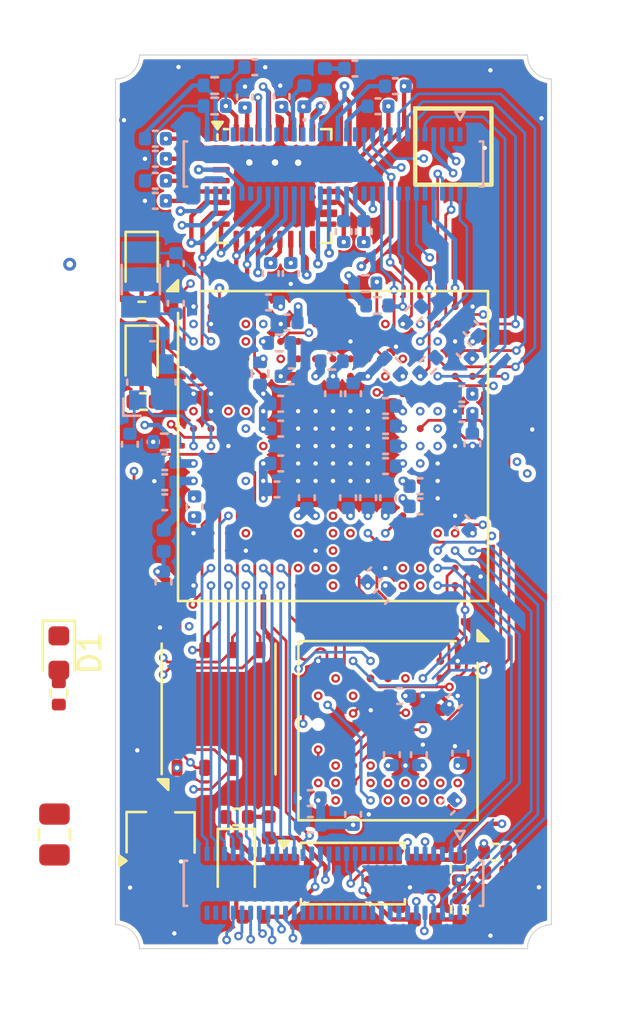
<source format=kicad_pcb>
(kicad_pcb (version 20241229) (generator "pcbnew") (generator_version "9.0")
  (layers (0 "F.Cu" signal "F.Cu (Signal)") (4 "In1.Cu" power "In1.Cu (Ground)") (6 "In2.Cu" power "In2.Cu (Power)") (8 "In3.Cu" signal "In3.Cu (Signal)") (10 "In4.Cu" power "In4.Cu(Ground)") (12 "In5.Cu" signal "In5.Cu (Signal") (14 "In6.Cu" power "In6.Cu (Ground)") (2 "B.Cu" signal "B.Cu (Signal)") (13 "F.Paste" user) (15 "B.Paste" user) (5 "F.SilkS" user "F.Silkscreen") (7 "B.SilkS" user "B.Silkscreen") (1 "F.Mask" user) (3 "B.Mask" user) (25 "Edge.Cuts" user))
  (net 0 "")
  (net 1 "/USB_D-")
  (net 2 "/USB_D+")
  (net 3 "/SWD_IO")
  (net 4 "/SWD_CLK")
  (net 5 "/SWD_SWO")
  (net 6 "/FMC_D14")
  (net 7 "/FMC_SDNRAS")
  (net 8 "/FMC_A5")
  (net 9 "/FMC_A0")
  (net 10 "+3.3V")
  (net 11 "/FMC_D15")
  (net 12 "/FMC_D1")
  (net 13 "/FMC_D3")
  (net 14 "/FMC_D11")
  (net 15 "/FMC_D7")
  (net 16 "/FMC_D9")
  (net 17 "/FMC_A10")
  (net 18 "/FMC_SDCKE0")
  (net 19 "/FMC_D8")
  (net 20 "/FMC_D13")
  (net 21 "/FMC_A3")
  (net 22 "/FMC_D0")
  (net 23 "/FMC_D10")
  (net 24 "/FMC_SDNWE")
  (net 25 "/FMC_NBL0")
  (net 26 "/FMC_D4")
  (net 27 "/FMC_A2")
  (net 28 "/FMC_A7")
  (net 29 "/FMC_NE1")
  (net 30 "/FMC_A1")
  (net 31 "/FMC_D6")
  (net 32 "/FMC_BA0")
  (net 33 "/FMC_CLK")
  (net 34 "/FMC_A9")
  (net 35 "/FMC_A11")
  (net 36 "/FMC_A12")
  (net 37 "/FMC_A8")
  (net 38 "/FMC_D5")
  (net 39 "/FMC_A4")
  (net 40 "/FMC_A6")
  (net 41 "/FMC_D12")
  (net 42 "/FMC_NBL1")
  (net 43 "/FMC_BA1")
  (net 44 "/FMC_D2")
  (net 45 "/QSPI_IO3")
  (net 46 "/QSPI_IO2")
  (net 47 "/QSPI_IO0")
  (net 48 "/QSPI_IO1")
  (net 49 "/QSPI_CLK")
  (net 50 "/QSPI_NCS")
  (net 51 "Net-(U4L-VREF+)")
  (net 52 "Net-(U4L-VREF-)")
  (net 54 "/AUX_OUT_L")
  (net 58 "+3.3VA")
  (net 61 "/AUX_OUT_R")
  (net 77 "/SDMMC1_D3")
  (net 78 "/SDMMC1_D1")
  (net 79 "/SDMMC1_D2")
  (net 80 "/SDMMC1_D0")
  (net 81 "/SDMMC1_CK")
  (net 82 "/VBAT")
  (net 83 "/SDMMC1_CMD")
  (net 84 "/FMC_SDNCAS")
  (net 86 "Net-(D3-A)")
  (net 88 "/I2C_SDA")
  (net 89 "/I2C_SCL")
  (net 90 "Net-(D3-K)")
  (net 91 "Net-(FB2-Pad2)")
  (net 92 "/DIN_IN_SOURCE")
  (net 93 "/DIN_IN_SINK")
  (net 94 "/SAI1_MCLK")
  (net 95 "/SAI1_SCK")
  (net 96 "/SAI1_FS")
  (net 97 "/SAI1_SD_A")
  (net 98 "/SAI1_SD_B")
  (net 100 "/DIN_OUT_SINK")
  (net 101 "Net-(IC1-AUXOUT2)")
  (net 102 "/AUX_IN_R")
  (net 103 "/AUX_IN_L")
  (net 104 "Net-(IC1-AUXOUT1)")
  (net 105 "Net-(IC1-LMICP)")
  (net 106 "Net-(IC1-LMICN)")
  (net 107 "Net-(IC1-RMICP)")
  (net 108 "Net-(IC1-RMICN)")
  (net 109 "Net-(IC1-RAUXIN)")
  (net 110 "Net-(IC1-LAUXIN)")
  (net 111 "Net-(IC1-MICBIAS)")
  (net 112 "Net-(IC1-VREF)")
  (net 123 "Net-(FB4-Pad1)")
  (net 125 "Net-(FB5-Pad1)")
  (net 126 "/DIN_OUT_SOURCE")
  (net 127 "/RST")
  (net 128 "/DIN_MIDI_RX")
  (net 129 "/DIN_MIDI_TX")
  (net 130 "/PA12{slash}4TX")
  (net 131 "/PA11{slash}4RX")
  (net 132 "/MICL")
  (net 133 "/MICR")
  (net 134 "Net-(D1-A)")
  (net 135 "Net-(D2-A)")
  (net 136 "/LED_STATUS")
  (net 137 "Net-(D4-A)")
  (net 138 "/LED_STATUS2")
  (net 139 "/3v3_GND")
  (net 140 "GND")
  (net 142 "/3v3+")
  (net 174 "/HPR")
  (net 175 "/LIN")
  (net 176 "/RIN")
  (net 177 "/SPKL")
  (net 178 "/SPKR")
  (net 179 "/HPL")
  (net 181 "/CODEC_GPIO")
  (net 182 "Net-(C1-Pad1)")
  (net 183 "Net-(C2-Pad1)")
  (net 184 "Net-(C3-Pad1)")
  (net 185 "/BOOT0")
  (net 191 "/SPI_SCK")
  (net 192 "/SPI_MOSI")
  (net 193 "/SPI_MISO")
  (net 194 "/PJ2")
  (net 195 "/PC4")
  (net 196 "/PC5")
  (net 197 "/PB1")
  (net 198 "/PJ3")
  (net 199 "/PB0")
  (net 200 "/PD12")
  (net 201 "/PD11")
  (net 202 "/PD13")
  (net 203 "/PH7")
  (net 204 "/PH8")
  (net 205 "/PB13")
  (net 206 "/PB12")
  (net 207 "Net-(D5-K)")
  (net 208 "/VDDSPK")
  (net 209 "/PA4")
  (net 210 "/PA5")
  (net 211 "/PA3")
  (net 212 "/PA2")
  (net 247 "/PA1")
  (net 249 "/PK0")
  (net 250 "/PK1")
  (net 251 "/PJ11")
  (net 252 "unconnected-(U4H-PH15-PadB16)")
  (net 253 "/PH14")
  (net 254 "/PH13")
  (net 255 "/PA9")
  (net 256 "/PA8")
  (net 258 "/QSPI_CS_EXP")
  (net 259 "/EXT_QSPI_DETECT")
  (net 261 "/PA7")
  (net 263 "/OSC32_IN")
  (net 264 "/OSC32_OUT")
  (net 265 "/OSC_IN")
  (net 266 "/OSC_OUT")
  (net 271 "/SPI_NSS")
  (footprint "Package_SO:SOIC-4_4.55x2.6mm_P1.27mm" (layer "F.Cu") (at 80.89 94.555)
    (property "Reference" "U2" (hide yes))
    (property "Value" "LTV-217-G")
  )
  (footprint "Package_DFN_QFN:QFN-32-1EP_5x5mm_P0.5mm_EP3.6x3.6mm" (layer "F.Cu") (at 77.29 63.01)
    (property "Reference" "IC1" (hide yes))
    (property "Value" "NAU88C22YG")
  )
  (footprint "LED_SMD:LED_0603_1608Metric" (layer "F.Cu") (at 71.2 66.6 -90)
    (property "Reference" "D2" (hide yes))
    (property "Value" "STATUS")
  )
  (footprint "Inductor_SMD:L_0402_1005Metric" (layer "F.Cu") (at 87.42 94.51 180)
    (property "Reference" "FB4" (hide yes))
    (property "Value" "1K @100MHz")
  )
  (footprint "Resistor_SMD:R_0402_1005Metric" (layer "F.Cu") (at 75.56 91.96 180)
    (property "Reference" "R7" (hide yes))
    (property "Value" "220R")
  )
  (footprint "Inductor_SMD:L_0402_1005Metric" (layer "F.Cu") (at 77.03 92.435 90)
    (property "Reference" "FB2" (hide yes))
    (property "Value" "1K @100MHz")
  )
  (footprint "LED_SMD:LED_0603_1608Metric" (layer "F.Cu") (at 67.4 84.4375 -90)
    (property "Reference" "D1")
    (property "Value" "POWER")
  )
  (footprint "Package_BGA:Alliance_TFBGA-54_8x8mm_Layout9x9_P0.8mm" (layer "F.Cu") (at 82.5 88 -90)
    (property "Reference" "IC3" (hide yes))
    (property "Value" "IS42S16160J-6BLI")
  )
  (footprint "Fuse:Fuse_0805_2012Metric" (layer "F.Cu") (at 67.2 92.7625 -90)
    (property "Reference" "F1" (hide yes))
    (property "Value" "Polyfuse")
  )
  (footprint "Package_TO_SOT_SMD:TSOT-23" (layer "F.Cu") (at 72.05 92.69 90)
    (property "Reference" "Q1" (hide yes))
    (property "Value" "PMV37EN22")
  )
  (footprint "Resistor_SMD:R_0402_1005Metric" (layer "F.Cu") (at 71.21 68.7 180)
    (property "Reference" "R15" (hide yes))
    (property "Value" "R")
  )
  (footprint "Diode_SMD:D_SOD-323" (layer "F.Cu") (at 75.5425 94.115 -90)
    (property "Reference" "D3" (hide yes))
    (property "Value" "1N4148WS")
  )
  (footprint "Resistor_SMD:R_0402_1005Metric" (layer "F.Cu") (at 85.78 96.205 90)
    (property "Reference" "R9" (hide yes))
    (property "Value" "33Ω 5% 0.5W")
  )
  (footprint "Inductor_SMD:L_0402_1005Metric" (layer "F.Cu") (at 84.195 96.66 180)
    (property "Reference" "FB5" (hide yes))
    (property "Value" "1K @100MHz")
  )
  (footprint "Resistor_SMD:R_0402_1005Metric" (layer "F.Cu") (at 87.42 93.57)
    (property "Reference" "R8" (hide yes))
    (property "Value" "10Ω 5% 0.25W")
  )
  (footprint "Package_BGA:TFBGA-265_14x14mm_Layout17x17_P0.8mm" (layer "F.Cu") (at 79.98 74.94)
    (property "Reference" "U4" (hide yes))
    (property "Value" "STM32H750XBHx")
  )
  (footprint "Resistor_SMD:R_0402_1005Metric" (layer "F.Cu") (at 67.4 86.29 90)
    (property "Reference" "R16" (hide yes))
    (property "Value" "R")
  )
  (footprint "Package_SON:WSON-8-1EP_6x5mm_P1.27mm_EP3.4x4.3mm" (layer "F.Cu") (at 74.73 87.0025 90)
    (property "Reference" "U1" (hide yes))
    (property "Value" "W25Q128JVP")
  )
  (footprint "Resistor_SMD:R_0402_1005Metric" (layer "F.Cu") (at 85.76 94.35 90)
    (property "Reference" "R6" (hide yes))
    (property "Value" "R")
  )
  (footprint "LED_SMD:LED_0603_1608Metric" (layer "F.Cu") (at 71.2 70.9 -90)
    (property "Reference" "D4" (hide yes))
    (property "Value" "STATUS2")
  )
  (footprint "Inductor_SMD:L_0402_1005Metric" (layer "F.Cu") (at 76.33 96.535 180)
    (property "Reference" "FB3" (hide yes))
    (property "Value" "1K @100MHz")
  )
  (footprint "Resistor_SMD:R_0402_1005Metric" (layer "F.Cu") (at 71.285 72.9 180)
    (property "Reference" "R17" (hide yes))
    (property "Value" "R")
  )
  (footprint "Resistor_SMD:R_0402_1005Metric" (layer "B.Cu") (at 76.63 71.61 90)
    (property "Reference" "R1" (hide yes))
    (property "Value" "4.7k")
  )
  (footprint "Capacitor_SMD:C_0402_1005Metric" (layer "B.Cu") (at 77.58 73)
    (property "Reference" "C69" (hide yes))
    (property "Value" "10uF")
  )
  (footprint "Capacitor_SMD:C_0402_1005Metric" (layer "B.Cu") (at 85.220589 91.509411 -135)
    (property "Reference" "C13" (hide yes))
    (property "Value" "100nF")
  )
  (footprint "Capacitor_SMD:C_0402_1005Metric" (layer "B.Cu") (at 82.68 89.1 90)
    (property "Reference" "C14" (hide yes))
    (property "Value" "100nF")
  )
  (footprint "Capacitor_SMD:C_0402_1005Metric" (layer "B.Cu") (at 80.67 77.31 90)
    (property "Reference" "C61" (hide yes))
    (property "Value" "100nF")
  )
  (footprint "Capacitor_SMD:C_0402_1005Metric" (layer "B.Cu") (at 82.04 59.35 180)
    (property "Reference" "C20" (hide yes))
    (property "Value" "1uF")
  )
  (footprint "Capacitor_SMD:C_0402_1005Metric" (layer "B.Cu") (at 82.39 74.02 180)
    (property "Reference" "C57" (hide yes))
    (property "Value" "100nF")
  )
  (footprint "Resistor_SMD:R_0402_1005Metric" (layer "B.Cu") (at 82.01 68.49)
    (property "Reference" "R13" (hide yes))
    (property "Value" "10k")
  )
  (footprint "Resistor_SMD:R_0402_1005Metric" (layer "B.Cu") (at 74.55 58.4)
    (property "Reference" "R4" (hide yes))
    (property "Value" "2k2")
  )
  (footprint "Capacitor_SMD:C_0402_1005Metric" (layer "B.Cu") (at 77.62 58.9 90)
    (property "Reference" "C29" (hide yes))
    (property "Value" "4.7uF")
  )
  (footprint "Resistor_SMD:R_0402_1005Metric" (layer "B.Cu") (at 81.46 67.48)
    (property "Reference" "R10" (hide yes))
    (property "Value" "10k")
  )
  (footprint "Resistor_SMD:R_0402_1005Metric" (layer "B.Cu") (at 83.67 68.89 -135)
    (property "Reference" "R14" (hide yes))
    (property "Value" "10k")
  )
  (footprint "Capacitor_SMD:C_0402_1005Metric" (layer "B.Cu") (at 85.82 89.03 90)
    (property "Reference" "C11" (hide yes))
    (property "Value" "100nF")
  )
  (footprint "Capacitor_SMD:C_0402_1005Metric" (layer "B.Cu") (at 78.93 91.09 180)
    (property "Reference" "C9" (hide yes))
    (property "Value" "100nF")
  )
  (footprint "Diode_SMD:D_0402_1005Metric" (layer "B.Cu") (at 78.6625 58.885 90)
    (property "Reference" "D6" (hide yes))
    (property "Value" "D")
  )
  (footprint "Capacitor_SMD:C_0402_1005Metric" (layer "B.Cu") (at 82.51 77.31 90)
    (property "Reference" "C48" (hide yes))
    (property "Value" "100nF")
  )
  (footprint "Capacitor_SMD:C_0402_1005Metric" (layer "B.Cu") (at 77.02 68.35 180)
    (property "Reference" "C37" (hide yes))
    (property "Value" "4.7uF")
  )
  (footprint "Capacitor_SMD:C_0402_1005Metric" (layer "B.Cu") (at 80.9 91.84 90)
    (property "Reference" "C35" (hide yes))
    (property "Value" "10uF")
  )
  (footprint "Crystal:Crystal_SMD_Abracon_ABM10-4Pin_2.5x2.0mm" (layer "B.Cu") (at 71.645 72.01)
    (property "Reference" "Y1" (hide yes))
    (property "Value" "Crystal_GND24")
  )
  (footprint "Capacitor_SMD:C_0402_1005Metric" (layer "B.Cu") (at 72.26 77.52 180)
    (property "Reference" "C31" (hide yes))
    (property "Value" "1uF")
  )
  (footprint "Capacitor_SMD:C_0402_1005Metric" (layer "B.Cu") (at 82.84 58.43 180)
    (property "Reference" "C21" (hide yes))
    (property "Value" "1uF")
  )
  (footprint "Capacitor_SMD:C_0402_1005Metric" (layer "B.Cu") (at 78.06 71.74)
    (property "Reference" "C62" (hide yes))
    (property "Value" "100nF")
  )
  (footprint "Capacitor_SMD:C_0402_1005Metric" (layer "B.Cu") (at 72.26 76.6 180)
    (property "Reference" "C30" (hide yes))
    (property "Value" "10nF")
  )
  (footprint "Capacitor_SMD:C_0402_1005Metric" (layer "B.Cu") (at 82.39 73.1 180)
    (property "Reference" "C51" (hide yes))
    (property "Value" "100nF")
  )
  (footprint "Capacitor_SMD:C_0402_1005Metric" (layer "B.Cu") (at 85.99 70.53 135)
    (property "Reference" "C2" (hide yes))
    (property "Value" "2.2 uF <100 mΩ ESR")
  )
  (footprint "Capacitor_SMD:C_0402_1005Metric" (layer "B.Cu") (at 71.83 63.69)
    (property "Reference" "C25" (hide yes))
    (property "Value" "1uF")
  )
  (footprint "Capacitor_SMD:C_0402_1005Metric" (layer "B.Cu") (at 72.77 66.57 90)
    (property "Reference" "C39" (hide yes))
    (property "Value" "C")
  )
  (footprint "Capacitor_SMD:C_0402_1005Metric" (layer "B.Cu") (at 77.12 67.02 -90)
    (property "Reference" "C17" (hide yes))
    (property "Value" "4.7uF")
  )
  (footprint "Resistor_SMD:R_0402_1005Metric" (layer "B.Cu") (at 79.92 71.05 180)
    (property "Reference" "R18" (hide yes))
    (property "Value" "10k")
  )
  (footprint "Capacitor_SMD:C_0402_1005Metric" (layer "B.Cu") (at 71.7 69.77)
    (property "Reference" "C46" (hide yes))
    (property "Value" "C")
  )
  (footprint "Capacitor_SMD:C_0402_1005Metric" (layer "B.Cu") (at 80.9 72.54 -90)
    (property "Reference" "C68" (hide yes))
    (property "Value" "100nF")
  )
  (footprint "Capacitor_SMD:C_0402_1005Metric" (layer "B.Cu") (at 85.89 73.47 180)
    (property "Reference" "C5" (hide yes))
    (property "Value" "100nF")
  )
  (footprint "Capacitor_SMD:C_0402_1005Metric" (layer "B.Cu") (at 86.37 74.84 -90)
    (property "Reference" "C6" (hide yes))
    (property "Value" "1uF")
  )
  (footprint "Capacitor_SMD:C_0402_1005Metric" (layer "B.Cu") (at 77.58 74.14)
    (property "Reference" "C64" (hide yes))
    (property "Value" "100nF")
  )
  (footprint "Capacitor_SMD:C_0402_1005Metric" (layer "B.Cu") (at 83.97 76.78)
    (property "Reference" "C7" (hide yes))
    (property "Value" "100nF")
  )
  (footprint "Capacitor_SMD:C_0402_1005Metric" (layer "B.Cu") (at 78.04 67.02 -90)
    (property "Reference" "C16" (hide yes))
    (property "Value" "4.7uF")
  )
  (footprint "Capacitor_SMD:C_0402_1005Metric" (layer "B.Cu") (at 71.83 60.84)
    (property "Reference" "C22" (hide yes))
    (property "Value" "1uF")
  )
  (footprint "Capacitor_SMD:C_0402_1005Metric" (layer "B.Cu") (at 70.66 74.86 90)
    (property "Reference" "C47" (hide yes))
    (property "Value" "C")
  )
  (footprint "Capacitor_SMD:C_0402_1005Metric" (layer "B.Cu") (at 85.56 86.64 45)
    (property "Reference" "C10" (hide yes))
    (property "Value" "100nF")
  )
  (footprint "Capacitor_SMD:C_0402_1005Metric" (layer "B.Cu") (at 79.98 72.54 -90)
    (property "Reference" "C56" (hide yes))
    (property "Value" "100nF")
  )
  (footprint "Capacitor_SMD:C_0402_1005Metric" (layer "B.Cu") (at 78.94 92.32 180)
    (property "Reference" "C34" (hide yes))
    (property "Value" "10uF")
  )
  (footprint "Capacitor_SMD:C_0402_1005Metric" (layer "B.Cu") (at 85.88 78.45 135)
    (property "Reference" "C60" (hide yes))
    (property "Value" "100nF")
  )
  (footprint "Capacitor_SMD:C_0402_1005Metric" (layer "B.Cu") (at 82.19 81.85 -135)
    (property "Reference" "C38" (hide yes))
    (property "Value" "4.7uF")
  )
  (footprint "Capacitor_SMD:C_0402_1005Metric" (layer "B.Cu") (at 83.97 77.71)
    (property "Reference" "C50" (hide yes))
    (property "Value" "100nF")
  )
  (footprint "Capacitor_SMD:C_0402_1005Metric" (layer "B.Cu") (at 83.03 86.41 180)
    (property "Reference" "C8" (hide yes))
    (property "Value" "100nF")
  )
  (footprint "Capacitor_SMD:C_0402_1005Metric" (layer "B.Cu") (at 72.2 81.18 -90)
    (property "Reference" "C32" (hide yes))
    (property "Value" "1uF")
  )
  (footprint "Capacitor_SMD:C_0402_1005Metric" (layer "B.Cu") (at 83.92 89.1 90)
    (property "Reference" "C12" (hide yes))
    (property "Value" "100nF")
  )
  (footprint "Resistor_SMD:R_0402_1005Metric" (layer "B.Cu") (at 77.51 70.21 180)
    (property "Reference" "R2" (hide yes))
    (property "Value" "4.7k")
  )
  (footprint "Capacitor_SMD:C_0402_1005Metric" (layer "B.Cu") (at 75.94 58.93 90)
    (property "Reference" "C19" (hide yes))
    (property "Value" "4.7uF")
  )
  (footprint "Capacitor_SMD:C_0402_1005Metric" (layer "B.Cu") (at 81.900589 80.839411 45)
    (property "Reference" "C1" (hide yes))
    (property "Value" "2.2 uF <100 mΩ ESR")
  )
  (footprint "Capacitor_SMD:C_0402_1005Metric" (layer "B.Cu") (at 71.83 62.77)
    (property "Reference" "C24" (hide yes))
    (property "Value" "1uF")
  )
  (footprint "Diode_SMD:D_0402_1005Metric" (layer "B.Cu") (at 79.6025 58.105 90)
    (property "Reference" "D5" (hide yes))
    (property "Value" "D")
  )
  (footprint "Capacitor_SMD:C_0402_1005Metric" (layer "B.Cu") (at 81.59 77.31 90)
    (property "Reference" "C54" (hide yes))
    (property "Value" "100nF")
  )
  (footprint "Resistor_SMD:R_0402_1005Metric" (layer "B.Cu") (at 74.55 59.34)
    (property "Reference" "R3" (hide yes))
    (property "Value" "2k2")
  )
  (footprint "Capacitor_SMD:C_0402_1005Metric" (layer "B.Cu") (at 77.41 76.93)
    (property "Reference" "C52" (hide yes))
    (property "Value" "100nF")
  )
  (footprint "Capacitor_SMD:C_0402_1005Metric" (layer "B.Cu") (at 71.83 61.76)
    (property "Reference" "C23" (hide yes))
    (property "Value" "1uF")
  )
  (footprint "Connector_Hirose_DF40:Hirose_DF40C-60DP-0.4V_2x30-1MP_P0.4mm" (layer "B.Cu") (at 80 95 180)
    (property "Reference" "J3" (hide yes))
    (property "Value" "Bottom")
  )
  (footprint "Capacitor_SMD:C_0402_1005Metric" (layer "B.Cu") (at 86.300589 69.540589 135)
    (property "Reference" "C36" (hide yes))
    (property "Value" "4.7uF")
  )
  (footprint "Capacitor_SMD:C_0402_1005Metric" (layer "B.Cu") (at 80.47 65.1 90)
    (property "Reference" "C27" (hide yes))
    (property "Value" "1uF")
  )
  (footprint "Capacitor_SMD:C_0402_1005Metric" (layer "B.Cu") (at 81.39 65.1 90)
    (property "Reference" "C26" (hide yes))
    (property "Value" "1uF")
  )
  (footprint "Resistor_SMD:R_0402_1005Metric" (layer "B.Cu") (at 72.24 74.75)
    (property "Reference" "R5" (hide yes))
    (property "Value" "10k")
  )
  (footprint "Connector_Hirose_DF40:Hirose_DF40C-60DP-0.4V_2x30-1MP_P0.4mm" (layer "B.Cu") (at 80 62 180)
    (property "Reference" "J2" (hide yes))
    (property "Value" "Top")
  )
  (footprint "Inductor_SMD:L_0402_1005Metric" (layer "B.Cu") (at 72.21 79.285 -90)
    (property "Reference" "FB1" (hide yes))
    (property "Value" "120R")
  )
  (footprint "Capacitor_SMD:C_0402_1005Metric" (layer "B.Cu") (at 85.89 72.55 180)
    (property "Reference" "C4" (hide yes))
    (property "Value" "1uF 600mΩ")
  )
  (footprint "Capacitor_SMD:C_0402_1005Metric" (layer "B.Cu") (at 73.63 77.73 -90)
    (property "Reference" "C15" (hide yes))
    (property "Value" "C")
  )
  (footprint "Capacitor_SMD:C_0402_1005Metric" (layer "B.Cu") (at 72.26 75.6775 180)
    (property "Reference" "C33" (hide yes))
    (property "Value" "100nF")
  )
  (footprint "Capacitor_SMD:C_0402_1005Metric" (layer "B.Cu") (at 77.87 69.27 180)
    (property "Reference" "C3" (hide yes))
    (property "Value" "2.2 uF <100 mΩ ESR")
  )
  (footprint "Resistor_SMD:R_0402_1005Metric" (layer "B.Cu") (at 82.709376 71.279376 -45)
    (property "Reference" "R11" (hide yes))
    (property "Value" "10k")
  )
  (footprint "Resistor_SMD:R_0402_1005Metric" (layer "B.Cu") (at 84.33 71.24 -135)
    (property "Reference" "R12" (hide yes))
    (property "Value" "10k")
  )
  (footprint "Capacitor_SMD:C_0402_1005Metric" (layer "B.Cu") (at 78.78 77.31 90)
    (property "Reference" "C67" (hide yes))
    (property "Value" "100nF")
  )
  (footprint "Capacitor_SMD:C_0402_1005Metric" (layer "B.Cu") (at 82.39 74.94 180)
    (property "Reference" "C63" (hide yes))
    (property "Value" "100nF")
  )
  (footprint "Capacitor_SMD:C_0402_1005Metric" (layer "B.Cu") (at 72.77 68.39 -90)
    (property "Reference" "C40" (hide yes))
    (property "Value" "C")
  )
  (footprint "Capacitor_SMD:C_0402_1005Metric" (layer "B.Cu") (at 82.39 75.86 180)
    (property "Reference" "C55" (hide yes))
    (property "Value" "100nF")
  )
  (footprint "Capacitor_SMD:C_0402_1005Metric" (layer "B.Cu") (at 80.9825 57.62)
    (property "Reference" "C18" (hide yes))
    (property "Value" "4.7uF")
  )
  (footprint "Capacitor_SMD:C_0402_1005Metric" (layer "B.Cu") (at 76.39 57.56)
    (property "Reference" "C28" (hide yes))
    (property "Value" "4.7uF")
  )
  (footprint "Capacitor_SMD:C_0402_1005Metric" (layer "B.Cu") (at 77.58 75.74)
    (property "Reference" "C58" (hide yes))
    (property "Value" "100nF")
  )
  (footprint "Crystal:Crystal_SMD_3215-2Pin_3.2x1.5mm" (layer "B.Cu") (at 71.16 67.3 -90)
    (property "Reference" "Y3" (hide yes))
    (property "Value" "32.768kHz")
  )
  (gr_rect (start 83.75 59.45) (end 87.25 62.95) (stroke (width 0.2)) (fill no) (layer "F.SilkS"))
  (gr_arc (start 88.9 98) (mid 89.222183 97.222183) (end 90 96.9) (stroke (width 0.05)) (layer "Edge.Cuts"))
  (gr_arc (start 90 58.1) (mid 89.222183 57.777817) (end 88.9 57) (stroke (width 0.05)) (layer "Edge.Cuts"))
  (gr_line (start 71.1 57) (end 88.9 57) (stroke (width 0.05)) (layer "Edge.Cuts"))
  (gr_line (start 70 58.1) (end 70 96.9) (stroke (width 0.05)) (layer "Edge.Cuts"))
  (gr_line (start 90 96.9) (end 90 58.1) (stroke (width 0.05)) (layer "Edge.Cuts"))
  (gr_line (start 88.9 98) (end 71.1 98) (stroke (width 0.05)) (layer "Edge.Cuts"))
  (gr_arc (start 71.1 57) (mid 70.777817 57.777817) (end 70 58.1) (stroke (width 0.05)) (layer "Edge.Cuts"))
  (gr_arc (start 70 96.9) (mid 70.777817 97.222183) (end 71.1 98) (stroke (width 0.05)) (layer "Edge.Cuts"))
  (via (at 84.78 81.34) (size 0.4) (drill 0.2) (layers "F.Cu" "B.Cu") (net 1))
  (segment (start 85.81 81.34) (end 88.16 83.69) (width 0.127) (layer "B.Cu") (net 1))
  (segment (start 88.16 83.69) (end 88.16 90.31) (width 0.127) (layer "B.Cu") (net 1))
  (segment (start 88.16 90.31) (end 85.4 93.07) (width 0.127) (layer "B.Cu") (net 1))
  (segment (start 85.4 93.07) (end 85.4 93.645) (width 0.127) (layer "B.Cu") (net 1))
  (segment (start 84.78 81.34) (end 85.81 81.34) (width 0.127) (layer "B.Cu") (net 1))
  (via (at 84.78 80.54) (size 0.4) (drill 0.2) (layers "F.Cu" "B.Cu") (net 2))
  (segment (start 85.8 93.15) (end 88.53 90.42) (width 0.127) (layer "B.Cu") (net 2))
  (segment (start 85.48 80.54) (end 84.78 80.54) (width 0.127) (layer "B.Cu") (net 2))
  (segment (start 88.53 90.42) (end 88.53 83.59) (width 0.127) (layer "B.Cu") (net 2))
  (segment (start 85.8 93.645) (end 85.8 93.15) (width 0.127) (layer "B.Cu") (net 2))
  (segment (start 88.53 83.59) (end 85.48 80.54) (width 0.127) (layer "B.Cu") (net 2))
  (via (at 84.14 61.75) (size 0.4) (drill 0.2) (layers "F.Cu" "B.Cu") (net 3))
  (via (at 84.78 70.14) (size 0.4) (drill 0.2) (layers "F.Cu" "B.Cu") (net 3))
  (segment (start 82.2 61.11) (end 82.2 60.645) (width 0.127) (layer "B.Cu") (net 3))
  (segment (start 84.14 61.75) (end 82.84 61.75) (width 0.127) (layer "B.Cu") (net 3))
  (segment (start 82.84 61.75) (end 82.2 61.11) (width 0.127) (layer "B.Cu") (net 3))
  (via (at 83.11 62.16) (size 0.4) (drill 0.2) (layers "F.Cu" "B.Cu") (net 4))
  (via (at 83.98 69.34) (size 0.4) (drill 0.2) (layers "F.Cu" "B.Cu") (net 4))
  (segment (start 83.11 62.16) (end 82.71 62.16) (width 0.127) (layer "B.Cu") (net 4))
  (segment (start 82.71 62.16) (end 81.8 61.25) (width 0.127) (layer "B.Cu") (net 4))
  (segment (start 81.8 61.25) (end 81.8 60.645) (width 0.127) (layer "B.Cu") (net 4))
  (segment (start 82.65 65.32) (end 82.65 62.6) (width 0.2) (layer "F.Cu") (net 5))
  (segment (start 78.87 69.74) (end 78.86 69.75) (width 0.127) (layer "F.Cu") (net 5))
  (segment (start 81.28 66.69) (end 82.65 65.32) (width 0.2) (layer "F.Cu") (net 5))
  (segment (start 77.97 69.75) (end 77.58 70.14) (width 0.127) (layer "F.Cu") (net 5))
  (segment (start 78.86 69.75) (end 77.97 69.75) (width 0.127) (layer "F.Cu") (net 5))
  (via (at 78.87 69.74) (size 0.4) (drill 0.2) (layers "F.Cu" "B.Cu") (net 5))
  (via (at 81.28 66.69) (size 0.45) (drill 0.2) (layers "F.Cu" "B.Cu") (net 5))
  (via (at 82.65 62.6) (size 0.4) (drill 0.2) (layers "F.Cu" "B.Cu") (net 5))
  (segment (start 81.4 61.35) (end 81.4 60.645) (width 0.127) (layer "B.Cu") (net 5))
  (segment (start 82.65 62.6) (end 81.4 61.35) (width 0.127) (layer "B.Cu") (net 5))
  (segment (start 86.0155 82.433251) (end 86.0155 80.9045) (width 0.127) (layer "F.Cu") (net 6))
  (segment (start 86.0395 82.457251) (end 86.0155 82.433251) (width 0.127) (layer "F.Cu") (net 6))
  (segment (start 86.0155 80.9045) (end 86.38 80.54) (width 0.127) (layer "F.Cu") (net 6))
  (via (at 84.1 85.6) (size 0.4) (drill 0.2) (layers "F.Cu" "B.Cu") (remove_unused_layers yes) (net 6))
  (via (at 86.0395 82.457251) (size 0.4) (drill 0.2) (layers "F.Cu" "B.Cu") (net 6))
  (segment (start 86.0155 82.481251) (end 86.0155 83.6845) (width 0.127) (layer "B.Cu") (net 6))
  (segment (start 86.0155 83.6845) (end 84.1 85.6) (width 0.127) (layer "B.Cu") (net 6))
  (via (at 81.7 90.4) (size 0.4) (drill 0.2) (layers "F.Cu" "B.Cu") (remove_unused_layers yes) (net 7))
  (via (at 78.38 80.54) (size 0.4) (drill 0.2) (layers "F.Cu" "B.Cu") (remove_unused_layers yes) (net 7))
  (segment (start 73.1495 74.54) (end 75.58 74.54) (width 0.127) (layer "F.Cu") (net 8))
  (segment (start 75.58 74.54) (end 75.98 74.94) (width 0.127) (layer "F.Cu") (net 8))
  (segment (start 72.5495 73.94) (end 73.1495 74.54) (width 0.127) (layer "F.Cu") (net 8))
  (segment (start 78.61 86.29) (end 78.61 87.68) (width 0.127) (layer "F.Cu") (net 8))
  (segment (start 79.3 85.6) (end 78.61 86.29) (width 0.127) (layer "F.Cu") (net 8))
  (via (at 78.61 87.68) (size 0.4) (drill 0.2) (layers "F.Cu" "B.Cu") (net 8))
  (via (at 73.38 83.21) (size 0.4) (drill 0.2) (layers "F.Cu" "B.Cu") (net 8))
  (via (at 72.5495 73.94) (size 0.4) (drill 0.2) (layers "F.Cu" "B.Cu") (remove_unused_layers yes) (net 8))
  (via (at 75.98 73.34) (size 0.4) (drill 0.2) (layers "F.Cu" "B.Cu") (remove_unused_layers yes) (net 9))
  (via (at 80.1 89.6) (size 0.4) (drill 0.2) (layers "F.Cu" "B.Cu") (remove_unused_layers yes) (net 9))
  (segment (start 76.04 59.48) (end 76.04 60.56) (width 0.2) (layer "F.Cu") (net 10))
  (segment (start 77.58 71.74) (end 78.38 71.74) (width 0.4) (layer "F.Cu") (net 10))
  (segment (start 71.9295 80.7) (end 72.825 81.5955) (width 0.4) (layer "F.Cu") (net 10))
  (segment (start 78.04 65.46) (end 78.04 66.54) (width 0.2) (layer "F.Cu") (net 10))
  (segment (start 77.54 65.46) (end 77.54 66.03) (width 0.2) (layer "F.Cu") (net 10))
  (segment (start 85.76 94.69) (end 85.76 95.675) (width 0.2) (layer "F.Cu") (net 10))
  (segment (start 85.76 95.515) (end 85.78 95.535) (width 0.2) (layer "F.Cu") (net 10))
  (segment (start 84.9 86.4) (end 84.93 86.4) (width 0.127) (layer "F.Cu") (net 10))
  (segment (start 84.93 86.4) (end 85.32 86.79) (width 0.2) (layer "F.Cu") (net 10))
  (segment (start 72.825 81.5955) (end 72.825 84.3025) (width 0.4) (layer "F.Cu") (net 10))
  (segment (start 77.54 66.03) (end 77.03 66.54) (width 0.2) (layer "F.Cu") (net 10))
  (via (at 83.3 86.4) (size 0.4) (drill 0.2) (layers "F.Cu" "B.Cu") (remove_unused_layers yes) (zone_layer_connections "In2.Cu") (net 10))
  (via (at 76.78 76.54) (size 0.4) (drill 0.2) (layers "F.Cu" "B.Cu") (remove_unused_layers yes) (zone_layer_connections "In2.Cu") (net 10))
  (via (at 86.38 73.34) (size 0.4) (drill 0.2) (layers "F.Cu" "B.Cu") (remove_unused_layers yes) (zone_layer_connections "In2.Cu") (net 10))
  (via (at 85.32 86.79) (size 0.4) (drill 0.2) (layers "F.Cu" "B.Cu") (remove_unused_layers yes) (zone_layer_connections "In2.Cu") (net 10))
  (via (at 82.38 81.34) (size 0.4) (drill 0.2) (layers "F.Cu" "B.Cu") (remove_unused_layers yes) (zone_layer_connections "In2.Cu") (net 10))
  (via (at 83.18 74.94) (size 0.4) (drill 0.2) (layers "F.Cu" "B.Cu") (remove_unused_layers yes) (zone_layer_connections "In2.Cu") (net 10))
  (via (at 85.76 94.83) (size 0.45) (drill 0.2) (layers "F.Cu" "B.Cu") (net 10))
  (via (at 83.18 74.14) (size 0.4) (drill 0.2) (layers "F.Cu" "B.Cu") (remove_unused_layers yes) (zone_layer_connections "In2.Cu") (net 10))
  (via (at 76.78 77.34) (size 0.4) (drill 0.2) (layers "F.Cu" "B.Cu") (remove_unused_layers yes) (zone_layer_connections "In2.Cu") (net 10))
  (via (at 76.78 73.34) (size 0.4) (drill 0.2) (layers "F.Cu" "B.Cu") (remove_unused_layers yes) (zone_layer_connections "In2.Cu") (net 10))
  (via (at 81.58 78.14) (size 0.4) (drill 0.2) (layers "F.Cu" "B.Cu") (remove_unused_layers yes) (zone_layer_connections "In2.Cu") (net 10))
  (via (at 71.9295 80.7) (size 0.4) (drill 0.2) (layers "F.Cu" "B.Cu") (remove_unused_layers yes) (zone_layer_connections "In2.Cu") (net 10))
  (via (at 76.78 74.14) (size 0.4) (drill 0.2) (layers "F.Cu" "B.Cu") (remove_unused_layers yes) (zone_layer_connections "In2.Cu") (net 10))
  (via (at 83.18 76.54) (size 0.4) (drill 0.2) (layers "F.Cu" "B.Cu") (remove_unused_layers yes) (zone_layer_connections "In2.Cu") (net 10))
  (via (at 82.38 78.14) (size 0.4) (drill 0.2) (layers "F.Cu" "B.Cu") (remove_unused_layers yes) (zone_layer_connections "In2.Cu") (net 10))
  (via (at 71.73 74.75) (size 0.4) (drill 0.2) (layers "F.Cu" "B.Cu") (remove_unused_layers yes) (zone_layer_connections "In2.Cu") (net 10))
  (via (at 77.12 66.54) (size 0.4) (drill 0.2) (layers "F.Cu" "B.Cu") (net 10))
  (via (at 83.18 75.74) (size 0.4) (drill 0.2) (layers "F.Cu" "B.Cu") (remove_unused_layers yes) (zone_layer_connections "In2.Cu") (net 10))
  (via (at 81.58 71.74) (size 0.4) (drill 0.2) (layers "F.Cu" "B.Cu") (remove_unused_layers yes) (zone_layer_connections "In2.Cu") (net 10))
  (via (at 77.58 71.74) (size 0.4) (drill 0.2) (layers "F.Cu" "B.Cu") (remove_unused_layers yes) (zone_layer_connections "In2.Cu") (net 10))
  (via (at 80.78 78.14) (size 0.4) (drill 0.2) (layers "F.Cu" "B.Cu") (remove_unused_layers yes) (zone_layer_connections "In2.Cu") (net 10))
  (via (at 86.38 70.14) (size 0.4) (drill 0.2) (layers "F.Cu" "B.Cu") (net 10))
  (via (at 85.7 91.2) (size 0.4) (drill 0.2) (layers "F.Cu" "B.Cu") (remove_unused_layers yes) (zone_layer_connections "In2.Cu") (net 10))
  (via (at 86.38 72.54) (size 0.4) (drill 0.2) (layers "F.Cu" "B.Cu") (remove_unused_layers yes) (zone_layer_connections "In2.Cu") (net 10))
  (via (at 83.18 73.34) (size 0.4) (drill 0.2) (layers "F.Cu" "B.Cu") (remove_unused_layers yes) (zone_layer_connections "In2.Cu") (net 10))
  (via (at 78.04 66.54) (size 0.45) (drill 0.2) (layers "F.Cu" "B.Cu") (net 10))
  (via (at 80.9 92.32) (size 0.45) (drill 0.2) (layers "F.Cu" "B.Cu") (net 10))
  (via (at 85.7 89.6) (size 0.4) (drill 0.2) (layers "F.Cu" "B.Cu") (remove_unused_layers yes) (zone_layer_connections "In2.Cu") (net 10))
  (via (at 84.1 89.6) (size 0.4) (drill 0.2) (layers "F.Cu" "B.Cu") (remove_unused_layers yes) (zone_layer_connections "In2.Cu") (net 10))
  (via (at 80.7 67.12) (size 0.4) (drill 0.2) (layers "F.Cu" "B.Cu") (net 10))
  (via (at 82.5 89.6) (size 0.4) (drill 0.2) (layers "F.Cu" "B.Cu") (remove_unused_layers yes) (zone_layer_connections "In2.Cu") (net 10))
  (via (at 77.58 68.54) (size 0.4) (drill 0.2) (layers "F.Cu" "B.Cu") (net 10))
  (via (at 76.78 75.74) (size 0.4) (drill 0.2) (layers "F.Cu" "B.Cu") (remove_unused_layers yes) (zone_layer_connections "In2.Cu") (net 10))
  (via (at 79.18 78.14) (size 0.4) (drill 0.2) (layers "F.Cu" "B.Cu") (remove_unused_layers yes) (zone_layer_connections "In2.Cu") (net 10))
  (via (at 83.18 77.34) (size 0.4) (drill 0.2) (layers "F.Cu" "B.Cu") (remove_unused_layers yes) (zone_layer_connections "In2.Cu") (net 10))
  (via (at 78.38 78.14) (size 0.4) (drill 0.2) (layers "F.Cu" "B.Cu") (remove_unused_layers yes) (zone_layer_connections "In2.Cu") (net 10))
  (via (at 76.78 72.54) (size 0.4) (drill 0.2) (layers "F.Cu" "B.Cu") (remove_unused_layers yes) (zone_layer_connections "In2.Cu") (net 10))
  (via (at 75.94 59.41) (size 0.45) (drill 0.2) (layers "F.Cu" "B.Cu") (net 10))
  (via (at 86.38 78.94) (size 0.4) (drill 0.2) (layers "F.Cu" "B.Cu") (remove_unused_layers yes) (zone_layer_connections "In2.Cu") (net 10))
  (via (at 79.98 71.74) (size 0.4) (drill 0.2) (layers "F.Cu" "B.Cu") (remove_unused_layers yes) (zone_layer_connections "In2.Cu") (net 10))
  (via (at 79.3 91.2) (size 0.4) (drill 0.2) (layers "F.Cu" "B.Cu") (remove_unused_layers yes) (zone_layer_connections "In2.Cu") (net 10))
  (segment (start 72.21 79.77) (end 72.21 80.69) (width 0.2) (layer "B.Cu") (net 10))
  (segment (start 83.18 73.34) (end 82.94 73.1) (width 0.4) (layer "B.Cu") (net 10))
  (segment (start 83.18 77.34) (end 83.18 77.4) (width 0.4) (layer "B.Cu") (net 10))
  (segment (start 78.09 71.23) (end 77.58 71.74) (width 0.4) (layer "B.Cu") (net 10))
  (segment (start 79.41 91.09) (end 79.3 91.2) (width 0.4) (layer "B.Cu") (net 10))
  (segment (start 78.38 78.14) (end 78.43 78.14) (width 0.4) (layer "B.Cu") (net 10))
  (segment (start 80.95 67.37) (end 80.95 67.48) (width 0.4) (layer "B.Cu") (net 10))
  (segment (start 76.78 74.14) (end 77.1 74.14) (width 0.4) (layer "B.Cu") (net 10))
  (segment (start 81.22 71.74) (end 80.9 72.06) (width 0.4) (layer "B.Cu") (net 10))
  (segment (start 80.95 67.48) (end 80.95 67.94) (width 0.4) (layer "B.Cu") (net 10))
  (segment (start 79.41 92.31) (end 79.42 92.32) (width 0.4) (layer "B.Cu") (net 10))
  (segment (start 76.78 76.54) (end 76.78 76.78) (width 0.4) (layer "B.Cu") (net 10))
  (segment (start 83.18 77.4) (end 83.49 77.71) (width 0.4) (layer "B.Cu") (net 10))
  (segment (start 80.78 77.9) (end 80.67 77.79) (width 0.4) (layer "B.Cu") (net 10))
  (segment (start 76.78 75.74) (end 76.78 76.54) (width 0.4) (layer "B.Cu") (net 10))
  (segment (start 83.18 76.54) (end 83.25 76.54) (width 0.4) (layer "B.Cu") (net 10))
  (segment (start 81.58 71.74) (end 81.22 71.74) (width 0.4) (layer "B.Cu") (net 10))
  (segment (start 77.98 70.14) (end 78.09 70.25) (width 0.4) (layer "B.Cu") (net 10))
  (segment (start 78.09 70.25) (end 78.09 71.23) (width 0.4) (layer "B.Cu") (net 10))
  (segment (start 81.58 71.687504) (end 82.348752 70.918752) (width 0.4) (layer "B.Cu") (net 10))
  (segment (start 79.41 91.09) (end 79.41 92.31) (width 0.4) (layer "B.Cu") (net 10))
  (segment (start 76.78 72.54) (end 77.13 72.89) (width 0.4) (layer "B.Cu") (net 10))
  (segment (start 76.78 73.34) (end 76.78 74.14) (width 0.4) (layer "B.Cu") (net 10))
  (segment (start 86.38 73.46) (end 86.37 73.47) (width 0.4) (layer "B.Cu") (net 10))
  (segment (start 76.78 75.74) (end 77.1 75.74) (width 0.4) (layer "B.Cu") (net 10))
  (segment (start 79.98 71.5) (end 80.43 71.05) (width 0.4) (layer "B.Cu") (net 10))
  (segment (start 82.38 78.14) (end 82.38 77.92) (width 0.4) (layer "B.Cu") (net 10))
  (segment (start 76.78 73.24) (end 76.78 73.34) (width 0.4) (layer "B.Cu") (net 10))
  (segment (start 76.63 72.05) (end 76.63 72.39) (width 0.4) (layer "B.Cu") (net 10))
  (segment (start 86.64 69.88) (end 86.38 70.14) (width 0.4) (layer "B.Cu") (net 10))
  (segment (start 80.7 67.12) (end 80.95 67.37) (width 0.4) (layer "B.Cu") (net 10))
  (segment (start 82.38 77.92) (end 82.51 77.79) (width 0.4) (layer "B.Cu") (net 10))
  (segment (start 72.21 80.69) (end 72.2 80.7) (width 0.2) (layer "B.Cu") (net 10))
  (segment (start 80.78 77.83) (end 80.74 77.79) (width 0.4) (layer "B.Cu") (net 10))
  (segment (start 82.529411 81.489411) (end 82.38 81.34) (width 0.4) (layer "B.Cu") (net 10))
  (segment (start 77.13 72.89) (end 76.78 73.24) (width 0.4) (layer "B.Cu") (net 10))
  (segment (start 86.37 74.36) (end 86.37 73.47) (width 0.4) (layer "B.Cu") (net 10))
  (segment (start 79.18 78.14) (end 79.13 78.14) (width 0.4) (layer "B.Cu") (net 10))
  (segment (start 76.78 76.78) (end 76.93 76.93) (width 0.4) (layer "B.Cu") (net 10))
  (segment (start 83.25 76.54) (end 83.49 76.78) (width 0.4) (layer "B.Cu") (net 10))
  (segment (start 79.98 71.74) (end 79.98 72.06) (width 0.4) (layer "B.Cu") (net 10))
  (segment (start 82.94 73.1) (end 82.87 73.1) (width 0.4) (layer "B.Cu") (net 10))
  (segment (start 81.58 77.8) (end 81.59 77.79) (width 0.4) (layer "B.Cu") (net 10))
  (segment (start 79.42 92.32) (end 80.9 92.32) (width 0.4) (layer "B.Cu") (net 10))
  (segment (start 76.78 77.34) (end 76.78 76.54) (width 0.4) (layer "B.Cu") (net 10))
  (segment (start 79.98 71.74) (end 79.98 71.5) (width 0.4) (layer "B.Cu") (net 10))
  (segment (start 76.63 72.39) (end 76.78 72.54) (width 0.4) (layer "B.Cu") (net 10))
  (segment (start 80.5025 57.62) (end 79.6025 57.62) (width 0.2) (layer "B.Cu") (net 10))
  (segment (start 79.13 78.14) (end 78.78 77.79) (width 0.4) (layer "B.Cu") (net 10))
  (segment (start 76.78 77.08) (end 76.93 76.93) (width 0.4) (layer "B.Cu") (net 10))
  (segment (start 75.94 59.41) (end 76 59.47) (width 0.2) (layer "B.Cu") (net 10))
  (segment (start 86.38 73.34) (end 86.38 73.46) (width 0.4) (layer "B.Cu") (net 10))
  (segment (start 78.43 78.14) (end 78.78 77.79) (width 0.4) (layer "B.Cu") (net 10))
  (segment (start 76.78 77.34) (end 76.78 77.08) (width 0.4) (layer "B.Cu") (net 10))
  (segment (start 80.95 67.94) (end 81.5 68.49) (width 0.4) (layer "B.Cu") (net 10))
  (segment (start 80.78 78.14) (end 80.78 77.9) (width 0.4) (layer "B.Cu") (net 10))
  (segment (start 75.8 59.55) (end 75.94 59.41) (width 0.2) (layer "B.Cu") (net 10))
  (segment (start 80.78 78.14) (end 80.78 77.83) (width 0.4) (layer "B.Cu") (net 10))
  (segment (start 81.58 71.74) (end 81.58 71.687504) (width 0.4) (layer "B.Cu") (net 10))
  (segment (start 81.58 78.14) (end 81.58 77.8) (width 0.4) (layer "B.Cu") (net 10))
  (segment (start 82.529411 81.510589) (end 82.529411 81.489411) (width 0.4) (layer "B.Cu") (net 10))
  (segment (start 84.45 82.41) (end 84.97 82.41) (width 0.127) (layer "F.Cu") (net 11))
  (segment (start 85.3 85.2) (end 85.3 84.09) (width 0.127) (layer "F.Cu") (net 11))
  (segment (start 85.21 80.91) (end 85.58 80.54) (width 0.127) (layer "F.Cu") (net 11))
  (segment (start 85.21 83.9) (end 85.21 83.25) (width 0.127) (layer "F.Cu") (net 11))
  (segment (start 84.21 82.77) (end 84.21 82.65) (width 0.127) (layer "F.Cu") (net 11))
  (segment (start 85.21 82.05) (end 85.21 81.120849) (width 0.127) (layer "F.Cu") (net 11))
  (segment (start 84.97 83.01) (end 84.45 83.01) (width 0.127) (layer "F.Cu") (net 11))
  (segment (start 85.21 84) (end 85.21 83.9) (width 0.127) (layer "F.Cu") (net 11))
  (segment (start 85.3 84.09) (end 85.21 84) (width 0.127) (layer "F.Cu") (net 11))
  (segment (start 84.9 85.6) (end 85.3 85.2) (width 0.127) (layer "F.Cu") (net 11))
  (segment (start 85.21 82.17) (end 85.21 82.05) (width 0.127) (layer "F.Cu") (net 11))
  (segment (start 85.21 81.120849) (end 85.21 80.91) (width 0.127) (layer "F.Cu") (net 11))
  (arc (start 84.21 82.65) (mid 84.280294 82.480294) (end 84.45 82.41) (width 0.127) (layer "F.Cu") (net 11))
  (arc (start 84.97 82.41) (mid 85.139706 82.339706) (end 85.21 82.17) (width 0.127) (layer "F.Cu") (net 11))
  (arc (start 85.21 83.25) (mid 85.139706 83.080294) (end 84.97 83.01) (width 0.127) (layer "F.Cu") (net 11))
  (arc (start 84.45 83.01) (mid 84.280294 82.939706) (end 84.21 82.77) (width 0.127) (layer "F.Cu") (net 11))
  (via (at 85.7 90.4) (size 0.4) (drill 0.2) (layers "F.Cu" "B.Cu") (remove_unused_layers yes) (net 12))
  (via (at 84.78 78.94) (size 0.4) (drill 0.2) (layers "F.Cu" "B.Cu") (remove_unused_layers yes) (net 12))
  (via (at 84.1 91.2) (size 0.4) (drill 0.2) (layers "F.Cu" "B.Cu") (remove_unused_layers yes) (net 13))
  (via (at 82.38 71.74) (size 0.4) (drill 0.2) (layers "F.Cu" "B.Cu") (remove_unused_layers yes) (net 13))
  (segment (start 81.95649 82.93649) (end 82.0272 82.865779) (width 0.127) (layer "F.Cu") (net 14))
  (segment (start 82.734313 83.855735) (end 82.805022 83.785023) (width 0.127) (layer "F.Cu") (net 14))
  (segment (start 82.875732 83.572889) (end 82.592889 83.290046) (width 0.127) (layer "F.Cu") (net 14))
  (segment (start 83.017156 84.28) (end 82.734313 83.997157) (width 0.127) (layer "F.Cu") (net 14))
  (segment (start 81.461513 82.441514) (end 81.178672 82.158672) (width 0.127) (layer "F.Cu") (net 14))
  (segment (start 81.178672 82.158672) (end 80.793235 81.773235) (width 0.127) (layer "F.Cu") (net 14))
  (segment (start 81.885779 83.0072) (end 81.95649 82.93649) (width 0.127) (layer "F.Cu") (net 14))
  (segment (start 83.3 84.404682) (end 83.3 84.28) (width 0.127) (layer "F.Cu") (net 14))
  (segment (start 80.78 81.76) (end 80.78 81.34) (width 0.127) (layer "F.Cu") (net 14))
  (segment (start 82.380756 83.360756) (end 82.310044 83.431465) (width 0.127) (layer "F.Cu") (net 14))
  (segment (start 82.0272 82.724357) (end 81.744357 82.441514) (width 0.127) (layer "F.Cu") (net 14))
  (segment (start 82.168622 83.431465) (end 81.885779 83.148622) (width 0.127) (layer "F.Cu") (net 14))
  (segment (start 83.3 84.8) (end 83.3 84.404682) (width 0.127) (layer "F.Cu") (net 14))
  (segment (start 82.805022 83.785023) (end 82.805022 83.785022) (width 0.127) (layer "F.Cu") (net 14))
  (segment (start 82.451467 83.290046) (end 82.380756 83.360756) (width 0.127) (layer "F.Cu") (net 14))
  (segment (start 82.805022 83.785022) (end 82.875732 83.714311) (width 0.127) (layer "F.Cu") (net 14))
  (segment (start 83.28 84.78) (end 83.3 84.8) (width 0.127) (layer "F.Cu") (net 14))
  (segment (start 80.793235 81.773235) (end 80.78 81.76) (width 0.127) (layer "F.Cu") (net 14))
  (arc (start 82.0272 82.865779) (mid 82.056489 82.795068) (end 82.0272 82.724357) (width 0.127) (layer "F.Cu") (net 14))
  (arc (start 81.602935 82.441514) (mid 81.532224 82.470803) (end 81.461513 82.441514) (width 0.127) (layer "F.Cu") (net 14))
  (arc (start 82.734313 83.997157) (mid 82.705024 83.926446) (end 82.734313 83.855735) (width 0.127) (layer "F.Cu") (net 14))
  (arc (start 81.744357 82.441514) (mid 81.673646 82.412225) (end 81.602935 82.441514) (width 0.127) (layer "F.Cu") (net 14))
  (arc (start 83.158578 84.28) (mid 83.087867 84.309289) (end 83.017156 84.28) (width 0.127) (layer "F.Cu") (net 14))
  (arc (start 81.885779 83.148622) (mid 81.85649 83.077911) (end 81.885779 83.0072) (width 0.127) (layer "F.Cu") (net 14))
  (arc (start 82.592889 83.290046) (mid 82.522178 83.260757) (end 82.451467 83.290046) (width 0.127) (layer "F.Cu") (net 14))
  (arc (start 82.875732 83.714311) (mid 82.905021 83.6436) (end 82.875732 83.572889) (width 0.127) (layer "F.Cu") (net 14))
  (arc (start 82.310044 83.431465) (mid 82.239333 83.460754) (end 82.168622 83.431465) (width 0.127) (layer "F.Cu") (net 14))
  (arc (start 83.3 84.28) (mid 83.229289 84.250711) (end 83.158578 84.28) (width 0.127) (layer "F.Cu") (net 14))
  (via (at 82.5 91.2) (size 0.4) (drill 0.2) (layers "F.Cu" "B.Cu") (remove_unused_layers yes) (net 15))
  (via (at 79.98 78.14) (size 0.4) (drill 0.2) (layers "F.Cu" "B.Cu") (remove_unused_layers yes) (net 15))
  (segment (start 80.802942 82.402942) (end 80.4155 82.0155) (width 0.127) (layer "F.Cu") (net 16))
  (segment (start 81.736323 83.336323) (end 81.651471 83.251471) (width 0.127) (layer "F.Cu") (net 16))
  (segment (start 80.4155 81.671246) (end 80.4155 80.1045) (width 0.127) (layer "F.Cu") (net 16))
  (segment (start 82.5 84.8) (end 82.5 84.100722) (width 0.127) (layer "F.Cu") (net 16))
  (segment (start 82.5 84.100722) (end 82.5 84.1) (width 0.127) (layer "F.Cu") (net 16))
  (segment (start 81.142353 83.251471) (end 80.972647 83.081765) (width 0.127) (layer "F.Cu") (net 16))
  (segment (start 80.972647 82.572647) (end 80.802942 82.402942) (width 0.127) (layer "F.Cu") (net 16))
  (segment (start 81.609044 83.803014) (end 81.736322 83.675733) (width 0.127) (layer "F.Cu") (net 16))
  (segment (start 80.4155 82.0155) (end 80.4155 81.671246) (width 0.127) (layer "F.Cu") (net 16))
  (segment (start 82.160588 84.1) (end 82.033307 84.227278) (width 0.127) (layer "F.Cu") (net 16))
  (segment (start 81.693897 84.227279) (end 81.609044 84.142426) (width 0.127) (layer "F.Cu") (net 16))
  (segment (start 80.4155 80.1045) (end 80.78 79.74) (width 0.127) (layer "F.Cu") (net 16))
  (arc (start 81.609044 84.142426) (mid 81.538748 83.972719) (end 81.609044 83.803014) (width 0.127) (layer "F.Cu") (net 16))
  (arc (start 80.972647 83.081765) (mid 80.919926 82.954486) (end 80.972646 82.827205) (width 0.127) (layer "F.Cu") (net 16))
  (arc (start 82.033307 84.227278) (mid 81.863602 84.297574) (end 81.693897 84.227279) (width 0.127) (layer "F.Cu") (net 16))
  (arc (start 82.5 84.1) (mid 82.330293 84.029704) (end 82.160588 84.1) (width 0.127) (layer "F.Cu") (net 16))
  (arc (start 81.736322 83.675733) (mid 81.806618 83.506028) (end 81.736323 83.336323) (width 0.127) (layer "F.Cu") (net 16))
  (arc (start 81.396911 83.25147) (mid 81.269632 83.304192) (end 81.142353 83.251471) (width 0.127) (layer "F.Cu") (net 16))
  (arc (start 81.651471 83.251471) (mid 81.524192 83.19875) (end 81.396911 83.25147) (width 0.127) (layer "F.Cu") (net 16))
  (arc (start 80.972646 82.827205) (mid 81.025368 82.699926) (end 80.972647 82.572647) (width 0.127) (layer "F.Cu") (net 16))
  (via (at 79.18 80.54) (size 0.4) (drill 0.2) (layers "F.Cu" "B.Cu") (remove_unused_layers yes) (net 17))
  (via (at 80.1 91.2) (size 0.4) (drill 0.2) (layers "F.Cu" "B.Cu") (remove_unused_layers yes) (net 17))
  (segment (start 73.55 82.09) (end 73.97 81.67) (width 0.127) (layer "F.Cu") (net 18))
  (segment (start 73.55 82.21) (end 73.55 82.09) (width 0.127) (layer "F.Cu") (net 18))
  (segment (start 73.97 81.67) (end 73.97 78.55) (width 0.127) (layer "F.Cu") (net 18))
  (segment (start 73.97 78.55) (end 74.38 78.14) (width 0.127) (layer "F.Cu") (net 18))
  (segment (start 80.8995 87.2005) (end 80.8995 87.2105) (width 0.127) (layer "F.Cu") (net 18))
  (segment (start 81.69 86.41) (end 80.8995 87.2005) (width 0.127) (layer "F.Cu") (net 18))
  (via (at 73.55 82.21) (size 0.4) (drill 0.2) (layers "F.Cu" "B.Cu") (remove_unused_layers yes) (net 18))
  (via (at 80.9 87.21) (size 0.4) (drill 0.2) (layers "F.Cu" "B.Cu") (remove_unused_layers yes) (net 18))
  (via (at 83.3 85.6) (size 0.4) (drill 0.2) (layers "F.Cu" "B.Cu") (remove_unused_layers yes) (net 19))
  (via (at 80.78 78.94) (size 0.4) (drill 0.2) (layers "F.Cu" "B.Cu") (remove_unused_layers yes) (net 19))
  (segment (start 85.58 83.21) (end 85.58 81.34) (width 0.127) (layer "F.Cu") (net 20))
  (segment (start 86.94 84.557006) (end 86.94 84.429006) (width 0.127) (layer "F.Cu") (net 20))
  (segment (start 86.09 83.72) (end 85.77 83.4) (width 0.127) (layer "F.Cu") (net 20))
  (segment (start 86.346 84.813006) (end 86.684 84.813006) (width 0.127) (layer "F.Cu") (net 20))
  (segment (start 86.09 83.917006) (end 86.09 83.789006) (width 0.127) (layer "F.Cu") (net 20))
  (segment (start 85.77 83.4) (end 85.58 83.21) (width 0.127) (layer "F.Cu") (net 20))
  (segment (start 86.09 83.789006) (end 86.09 83.72) (width 0.127) (layer "F.Cu") (net 20))
  (segment (start 85.7 85.6) (end 86.09 85.21) (width 0.127) (layer "F.Cu") (net 20))
  (segment (start 86.684 84.173006) (end 86.346 84.173006) (width 0.127) (layer "F.Cu") (net 20))
  (segment (start 86.09 85.21) (end 86.09 85.069006) (width 0.127) (layer "F.Cu") (net 20))
  (arc (start 86.09 85.069006) (mid 86.164981 84.887987) (end 86.346 84.813006) (width 0.127) (layer "F.Cu") (net 20))
  (arc (start 86.684 84.813006) (mid 86.865019 84.738025) (end 86.94 84.557006) (width 0.127) (layer "F.Cu") (net 20))
  (arc (start 86.94 84.429006) (mid 86.865019 84.247987) (end 86.684 84.173006) (width 0.127) (layer "F.Cu") (net 20))
  (arc (start 86.346 84.173006) (mid 86.164981 84.098025) (end 86.09 83.917006) (width 0.127) (layer "F.Cu") (net 20))
  (segment (start 79.3 88.87) (end 79.3 89.6) (width 0.127) (layer "F.Cu") (net 21))
  (via (at 79.3 88.87) (size 0.4) (drill 0.2) (layers "F.Cu" "B.Cu") (remove_unused_layers yes) (net 21))
  (via (at 75.98 74.14) (size 0.4) (drill 0.2) (layers "F.Cu" "B.Cu") (net 21))
  (via (at 85.58 78.94) (size 0.4) (drill 0.2) (layers "F.Cu" "B.Cu") (remove_unused_layers yes) (net 22))
  (via (at 84.9 91.2) (size 0.4) (drill 0.2) (layers "F.Cu" "B.Cu") (remove_unused_layers yes) (net 22))
  (segment (start 83.152618 83.147348) (end 82.890988 82.885718) (width 0.127) (layer "F.Cu") (net 23))
  (segment (start 83.675877 84.321147) (end 83.414247 84.059517) (width 0.127) (layer "F.Cu") (net 23))
  (segment (start 83.414247 83.734247) (end 83.152618 83.472618) (width 0.127) (layer "F.Cu") (net 23))
  (segment (start 84.1 84.42) (end 84.001147 84.321147) (width 0.127) (layer "F.Cu") (net 23))
  (segment (start 84.1 84.8) (end 84.1 84.42) (width 0.127) (layer "F.Cu") (net 23))
  (segment (start 81.212796 81.532796) (end 81.18 81.5) (width 0.127) (layer "F.Cu") (net 23))
  (segment (start 82.565718 82.885718) (end 82.304089 82.624089) (width 0.127) (layer "F.Cu") (net 23))
  (segment (start 81.18 81.5) (end 81.18 80.94) (width 0.127) (layer "F.Cu") (net 23))
  (segment (start 82.304089 82.624089) (end 81.212796 81.532796) (width 0.127) (layer "F.Cu") (net 23))
  (segment (start 81.18 80.94) (end 80.78 80.54) (width 0.127) (layer "F.Cu") (net 23))
  (arc (start 83.414247 84.059517) (mid 83.380564 83.9782) (end 83.414246 83.896881) (width 0.127) (layer "F.Cu") (net 23))
  (arc (start 83.152618 83.472618) (mid 83.118935 83.391301) (end 83.152618 83.309983) (width 0.127) (layer "F.Cu") (net 23))
  (arc (start 83.838511 84.321146) (mid 83.757194 84.35483) (end 83.675877 84.321147) (width 0.127) (layer "F.Cu") (net 23))
  (arc (start 83.152618 83.309983) (mid 83.186301 83.228665) (end 83.152618 83.147348) (width 0.127) (layer "F.Cu") (net 23))
  (arc (start 83.414246 83.896881) (mid 83.44793 83.815564) (end 83.414247 83.734247) (width 0.127) (layer "F.Cu") (net 23))
  (arc (start 82.890988 82.885718) (mid 82.809671 82.852035) (end 82.728353 82.885718) (width 0.127) (layer "F.Cu") (net 23))
  (arc (start 84.001147 84.321147) (mid 83.91983 84.287464) (end 83.838511 84.321146) (width 0.127) (layer "F.Cu") (net 23))
  (arc (start 82.728353 82.885718) (mid 82.647035 82.919401) (end 82.565718 82.885718) (width 0.127) (layer "F.Cu") (net 23))
  (via (at 75.98 78.94) (size 0.4) (drill 0.2) (layers "F.Cu" "B.Cu") (remove_unused_layers yes) (net 24))
  (via (at 79.73 86.82) (size 0.4) (drill 0.2) (layers "F.Cu" "B.Cu") (net 24))
  (via (at 81.7 91.2) (size 0.4) (drill 0.2) (layers "F.Cu" "B.Cu") (net 24))
  (segment (start 81.7 91.2) (end 81.27 90.77) (width 0.127) (layer "B.Cu") (net 24))
  (segment (start 81.27 88.36) (end 79.73 86.82) (width 0.127) (layer "B.Cu") (net 24))
  (segment (start 81.27 90.77) (end 81.27 88.36) (width 0.127) (layer "B.Cu") (net 24))
  (via (at 79.3 87.71) (size 0.4) (drill 0.2) (layers "F.Cu" "B.Cu") (remove_unused_layers yes) (net 25))
  (via (at 75.98 70.14) (size 0.4) (drill 0.2) (layers "F.Cu" "B.Cu") (remove_unused_layers yes) (net 25))
  (via (at 82.5 90.4) (size 0.4) (drill 0.2) (layers "F.Cu" "B.Cu") (remove_unused_layers yes) (net 25))
  (via (at 79.98 81.34) (size 0.4) (drill 0.2) (layers "F.Cu" "B.Cu") (remove_unused_layers yes) (net 26))
  (via (at 83.3 90.4) (size 0.4) (drill 0.2) (layers "F.Cu" "B.Cu") (remove_unused_layers yes) (net 26))
  (via (at 73.58 73.34) (size 0.4) (drill 0.2) (layers "F.Cu" "B.Cu") (remove_unused_layers yes) (net 27))
  (via (at 79.3 90.4) (size 0.4) (drill 0.2) (layers "F.Cu" "B.Cu") (remove_unused_layers yes) (net 27))
  (via (at 78.38 78.94) (size 0.4) (drill 0.2) (layers "F.Cu" "B.Cu") (remove_unused_layers yes) (net 28))
  (via (at 80.1 85.6) (size 0.4) (drill 0.2) (layers "F.Cu" "B.Cu") (remove_unused_layers yes) (net 28))
  (segment (start 83.12 72.48) (end 83.18 72.54) (width 0.127) (layer "F.Cu") (net 29))
  (segment (start 80.5 90.8) (end 80.9 91.2) (width 0.127) (layer "F.Cu") (net 29))
  (segment (start 80.5 89.12) (end 80.5 90.8) (width 0.127) (layer "F.Cu") (net 29))
  (segment (start 81.99 72.48) (end 83.12 72.48) (width 0.127) (layer "F.Cu") (net 29))
  (segment (start 83.3195 87.18) (end 82.44 87.18) (width 0.127) (layer "F.Cu") (net 29))
  (segment (start 82.44 87.18) (end 80.5 89.12) (width 0.127) (layer "F.Cu") (net 29))
  (via (at 81.99 72.48) (size 0.4) (drill 0.2) (layers "F.Cu" "B.Cu") (remove_unused_layers yes) (net 29))
  (via (at 83.3195 87.18) (size 0.4) (drill 0.2) (layers "F.Cu" "B.Cu") (remove_unused_layers yes) (net 29))
  (via (at 80.1 90.4) (size 0.4) (drill 0.2) (layers "F.Cu" "B.Cu") (remove_unused_layers yes) (net 30))
  (via (at 75.18 73.34) (size 0.4) (drill 0.2) (layers "F.Cu" "B.Cu") (remove_unused_layers yes) (net 30))
  (via (at 79.98 78.94) (size 0.4) (drill 0.2) (layers "F.Cu" "B.Cu") (remove_unused_layers yes) (net 31))
  (via (at 83.3 91.2) (size 0.4) (drill 0.2) (layers "F.Cu" "B.Cu") (remove_unused_layers yes) (net 31))
  (segment (start 80.9 89.23) (end 80.9 89.6) (width 0.127) (layer "F.Cu") (net 32))
  (segment (start 84.36 73.76) (end 86.72 73.76) (width 0.127) (layer "F.Cu") (net 32))
  (segment (start 83.98 74.14) (end 84.36 73.76) (width 0.127) (layer "F.Cu") (net 32))
  (segment (start 88.05 75.09) (end 88.05 84.72) (width 0.127) (layer "F.Cu") (net 32))
  (segment (start 86.72 73.76) (end 88.05 75.09) (width 0.127) (layer "F.Cu") (net 32))
  (segment (start 88.05 84.72) (end 85.18 87.59) (width 0.127) (layer "F.Cu") (net 32))
  (segment (start 82.54 87.59) (end 80.9 89.23) (width 0.127) (layer "F.Cu") (net 32))
  (segment (start 85.18 87.59) (end 82.54 87.59) (width 0.127) (layer "F.Cu") (net 32))
  (segment (start 85.32 85.99) (end 82.09 85.99) (width 0.127) (layer "F.Cu") (net 33))
  (segment (start 82.09 85.99) (end 81.7 85.6) (width 0.127) (layer "F.Cu") (net 33))
  (via (at 82.38 69.34) (size 0.4) (drill 0.2) (layers "F.Cu" "B.Cu") (remove_unused_layers yes) (net 33))
  (via (at 85.32 85.99) (size 0.4) (drill 0.2) (layers "F.Cu" "B.Cu") (remove_unused_layers yes) (net 33))
  (via (at 80.9 86.4) (size 0.4) (drill 0.2) (layers "F.Cu" "B.Cu") (remove_unused_layers yes) (net 34))
  (via (at 79.98 79.74) (size 0.4) (drill 0.2) (layers "F.Cu" "B.Cu") (remove_unused_layers yes) (net 34))
  (segment (start 80.5 85.2) (end 80.5 84.596639) (width 0.127) (layer "F.Cu") (net 35))
  (segment (start 80.5 83.069275) (end 80.644249 82.925025) (width 0.127) (layer "F.Cu") (net 35))
  (segment (start 79.18 82.1) (end 79.18 81.34) (width 0.127) (layer "F.Cu") (net 35))
  (segment (start 80.205842 82.486618) (end 80.061592 82.630867) (width 0.127) (layer "F.Cu") (net 35))
  (segment (start 79.710867 82.630867) (end 79.623187 82.543187) (width 0.127) (layer "F.Cu") (net 35))
  (segment (start 79.623187 82.543187) (end 79.33 82.25) (width 0.127) (layer "F.Cu") (net 35))
  (segment (start 80.5 84.596639) (end 80.5 83.926639) (width 0.127) (layer "F.Cu") (net 35))
  (segment (start 79.33 82.25) (end 79.18 82.1) (width 0.127) (layer "F.Cu") (net 35))
  (segment (start 80.5 83.926639) (end 80.5 83.42) (width 0.127) (layer "F.Cu") (net 35))
  (segment (start 80.644249 82.5743) (end 80.556567 82.486618) (width 0.127) (layer "F.Cu") (net 35))
  (segment (start 80.9 85.6) (end 80.5 85.2) (width 0.127) (layer "F.Cu") (net 35))
  (arc (start 80.556567 82.486618) (mid 80.381205 82.41398) (end 80.205842 82.486618) (width 0.127) (layer "F.Cu") (net 35))
  (arc (start 80.644249 82.925025) (mid 80.716887 82.749662) (end 80.644249 82.5743) (width 0.127) (layer "F.Cu") (net 35))
  (arc (start 80.5 83.42) (mid 80.427362 83.244638) (end 80.5 83.069275) (width 0.127) (layer "F.Cu") (net 35))
  (arc (start 80.061592 82.630867) (mid 79.886229 82.703505) (end 79.710867 82.630867) (width 0.127) (layer "F.Cu") (net 35))
  (segment (start 87.67 75.63) (end 87.67 84.42) (width 0.127) (layer "F.Cu") (net 36))
  (segment (start 87.67 84.42) (end 86.865 85.225) (width 0.127) (layer "F.Cu") (net 36))
  (segment (start 86.0155 74.5755) (end 86.6155 74.5755) (width 0.127) (layer "F.Cu") (net 36))
  (segment (start 86.6155 74.5755) (end 87.67 75.63) (width 0.127) (layer "F.Cu") (net 36))
  (segment (start 85.58 74.14) (end 86.0155 74.5755) (width 0.127) (layer "F.Cu") (net 36))
  (via (at 80.9 84.8) (size 0.4) (drill 0.2) (layers "F.Cu" "B.Cu") (net 36))
  (via (at 86.865 85.225) (size 0.4) (drill 0.2) (layers "F.Cu" "B.Cu") (net 36))
  (segment (start 85.39 85.225) (end 86.865 85.225) (width 0.127) (layer "B.Cu") (net 36))
  (segment (start 84.685 85.93) (end 85.39 85.225) (width 0.127) (layer "B.Cu") (net 36))
  (segment (start 80.9 84.8) (end 82.03 85.93) (width 0.127) (layer "B.Cu") (net 36))
  (segment (start 86.865 85.225) (end 86.93 85.16) (width 0.127) (layer "B.Cu") (net 36))
  (segment (start 82.03 85.93) (end 84.685 85.93) (width 0.127) (layer "B.Cu") (net 36))
  (segment (start 78.78 79.34) (end 79.18 78.94) (width 0.127) (layer "F.Cu") (net 37))
  (segment (start 80.1 84.8) (end 80.1 83.87) (width 0.127) (layer "F.Cu") (net 37))
  (segment (start 79.161471 82.931471) (end 78.78 82.55) (width 0.127) (layer "F.Cu") (net 37))
  (segment (start 79.196826 83.405232) (end 79.246322 83.355733) (width 0.127) (layer "F.Cu") (net 37))
  (segment (start 79.670588 83.78) (end 79.621089 83.829496) (width 0.127) (layer "F.Cu") (net 37))
  (segment (start 79.246323 83.016323) (end 79.161471 82.931471) (width 0.127) (layer "F.Cu") (net 37))
  (segment (start 79.281679 83.829497) (end 79.196826 83.744644) (width 0.127) (layer "F.Cu") (net 37))
  (segment (start 78.78 82.55) (end 78.78 80.668693) (width 0.127) (layer "F.Cu") (net 37))
  (segment (start 78.78 80.668693) (end 78.78 79.34) (width 0.127) (layer "F.Cu") (net 37))
  (segment (start 80.1 83.87) (end 80.01 83.78) (width 0.127) (layer "F.Cu") (net 37))
  (arc (start 80.01 83.78) (mid 79.840293 83.709704) (end 79.670588 83.78) (width 0.127) (layer "F.Cu") (net 37))
  (arc (start 79.196826 83.744644) (mid 79.12653 83.574937) (end 79.196826 83.405232) (width 0.127) (layer "F.Cu") (net 37))
  (arc (start 79.246322 83.355733) (mid 79.316618 83.186028) (end 79.246323 83.016323) (width 0.127) (layer "F.Cu") (net 37))
  (arc (start 79.621089 83.829496) (mid 79.451384 83.899792) (end 79.281679 83.829497) (width 0.127) (layer "F.Cu") (net 37))
  (via (at 79.98 80.54) (size 0.4) (drill 0.2) (layers "F.Cu" "B.Cu") (remove_unused_layers yes) (net 38))
  (via (at 84.1 90.4) (size 0.4) (drill 0.2) (layers "F.Cu" "B.Cu") (remove_unused_layers yes) (net 38))
  (via (at 78.3805 83.79) (size 0.4) (drill 0.2) (layers "F.Cu" "B.Cu") (remove_unused_layers yes) (net 39))
  (via (at 76.78 74.94) (size 0.4) (drill 0.2) (layers "F.Cu" "B.Cu") (remove_unused_layers yes) (net 39))
  (via (at 79.3 86.4) (size 0.4) (drill 0.2) (layers "F.Cu" "B.Cu") (remove_unused_layers yes) (net 39))
  (segment (start 78.528481 84.672695) (end 78.443628 84.587842) (width 0.127) (layer "F.Cu") (net 40))
  (segment (start 78.443628 84.24843) (end 78.811322 83.880733) (width 0.127) (layer "F.Cu") (net 40))
  (segment (start 78.06 82.79) (end 77.99 82.72) (width 0.127) (layer "F.Cu") (net 40))
  (segment (start 80.1 86.4) (end 79.7 86) (width 0.127) (layer "F.Cu") (net 40))
  (segment (start 78.811323 83.541323) (end 78.726471 83.456471) (width 0.127) (layer "F.Cu") (net 40))
  (segment (start 79.235588 84.305) (end 78.867891 84.672694) (width 0.127) (layer "F.Cu") (net 40))
  (segment (start 79.7 86) (end 79.7 84.43) (width 0.127) (layer "F.Cu") (net 40))
  (segment (start 77.99 80.13) (end 78.38 79.74) (width 0.127) (layer "F.Cu") (net 40))
  (segment (start 77.99 82.72) (end 77.99 80.13) (width 0.127) (layer "F.Cu") (net 40))
  (segment (start 78.726471 83.456471) (end 78.06 82.79) (width 0.127) (layer "F.Cu") (net 40))
  (segment (start 79.7 84.43) (end 79.575 84.305) (width 0.127) (layer "F.Cu") (net 40))
  (arc (start 78.867891 84.672694) (mid 78.698186 84.74299) (end 78.528481 84.672695) (width 0.127) (layer "F.Cu") (net 40))
  (arc (start 78.443628 84.587842) (mid 78.373332 84.418135) (end 78.443628 84.24843) (width 0.127) (layer "F.Cu") (net 40))
  (arc (start 78.811322 83.880733) (mid 78.881618 83.711028) (end 78.811323 83.541323) (width 0.127) (layer "F.Cu") (net 40))
  (arc (start 79.575 84.305) (mid 79.405293 84.234704) (end 79.235588 84.305) (width 0.127) (layer "F.Cu") (net 40))
  (segment (start 84.9 84.8) (end 84.9 84.44) (width 0.127) (layer "F.Cu") (net 41))
  (segment (start 82.356847 81.896847) (end 82.144716 81.684716) (width 0.127) (layer "F.Cu") (net 41))
  (segment (start 83.481151 82.681739) (end 83.848846 82.314043) (width 0.127) (layer "F.Cu") (net 41))
  (segment (start 84.188258 83.728258) (end 84.329679 83.586836) (width 0.127) (layer "F.Cu") (net 41))
  (segment (start 82.887179 82.427179) (end 82.781111 82.533244) (width 0.127) (layer "F.Cu") (net 41))
  (segment (start 84.188258 83.728259) (end 84.188258 83.728258) (width 0.127) (layer "F.Cu") (net 41))
  (segment (start 82.568979 82.533244) (end 82.356846 82.321111) (width 0.127) (layer "F.Cu") (net 41))
  (segment (start 84.9 84.44) (end 84.718592 84.258592) (width 0.127) (layer "F.Cu") (net 41))
  (segment (start 81.99 80.15) (end 81.58 79.74) (width 0.127) (layer "F.Cu") (net 41))
  (segment (start 81.99 81.53) (end 81.99 81.227937) (width 0.127) (layer "F.Cu") (net 41))
  (segment (start 84.082193 83.834327) (end 84.188258 83.728259) (width 0.127) (layer "F.Cu") (net 41))
  (segment (start 82.144716 81.684716) (end 81.99 81.53) (width 0.127) (layer "F.Cu") (net 41))
  (segment (start 83.848846 81.974632) (end 83.763993 81.889779) (width 0.127) (layer "F.Cu") (net 41))
  (segment (start 83.622571 83.162571) (end 83.481151 83.021151) (width 0.127) (layer "F.Cu") (net 41))
  (segment (start 81.99 81.227937) (end 81.99 80.15) (width 0.127) (layer "F.Cu") (net 41))
  (segment (start 84.329679 83.303993) (end 84.188257 83.162571) (width 0.127) (layer "F.Cu") (net 41))
  (segment (start 83.056885 82.257474) (end 82.887179 82.42718) (width 0.127) (layer "F.Cu") (net 41))
  (segment (start 83.424581 81.889779) (end 83.056885 82.257474) (width 0.127) (layer "F.Cu") (net 41))
  (segment (start 82.887179 82.42718) (end 82.887179 82.427179) (width 0.127) (layer "F.Cu") (net 41))
  (segment (start 84.294326 84.258592) (end 84.082193 84.046459) (width 0.127) (layer "F.Cu") (net 41))
  (arc (start 83.848846 82.314043) (mid 83.919141 82.144337) (end 83.848846 81.974632) (width 0.127) (layer "F.Cu") (net 41))
  (arc (start 84.329679 83.586836) (mid 84.388258 83.445414) (end 84.329679 83.303993) (width 0.127) (layer "F.Cu") (net 41))
  (arc (start 84.082193 84.046459) (mid 84.038259 83.940393) (end 84.082193 83.834327) (width 0.127) (layer "F.Cu") (net 41))
  (arc (start 84.718592 84.258592) (mid 84.612525 84.214656) (end 84.506458 84.258591) (width 0.127) (layer "F.Cu") (net 41))
  (arc (start 84.188257 83.162571) (mid 84.046836 83.103992) (end 83.905414 83.162571) (width 0.127) (layer "F.Cu") (net 41))
  (arc (start 84.506458 84.258591) (mid 84.400392 84.302526) (end 84.294326 84.258592) (width 0.127) (layer "F.Cu") (net 41))
  (arc (start 82.356846 82.321111) (mid 82.312912 82.215045) (end 82.356846 82.108979) (width 0.127) (layer "F.Cu") (net 41))
  (arc (start 83.481151 83.021151) (mid 83.410856 82.851445) (end 83.481151 82.681739) (width 0.127) (layer "F.Cu") (net 41))
  (arc (start 82.781111 82.533244) (mid 82.675045 82.577178) (end 82.568979 82.533244) (width 0.127) (layer "F.Cu") (net 41))
  (arc (start 82.356846 82.108979) (mid 82.400781 82.002913) (end 82.356847 81.896847) (width 0.127) (layer "F.Cu") (net 41))
  (arc (start 83.905414 83.162571) (mid 83.763992 83.22115) (end 83.622571 83.162571) (width 0.127) (layer "F.Cu") (net 41))
  (arc (start 83.763993 81.889779) (mid 83.594287 81.819484) (end 83.424581 81.889779) (width 0.127) (layer "F.Cu") (net 41))
  (via (at 81.7 84.8) (size 0.4) (drill 0.2) (layers "F.Cu" "B.Cu") (remove_unused_layers yes) (net 42))
  (via (at 78.4 85.16) (size 0.4) (drill 0.2) (layers "F.Cu" "B.Cu") (remove_unused_layers yes) (net 42))
  (via (at 75.98 69.34) (size 0.4) (drill 0.2) (layers "F.Cu" "B.Cu") (remove_unused_layers yes) (net 42))
  (segment (start 81.3 84.4) (end 81.7 84.8) (width 0.127) (layer "B.Cu") (net 42))
  (segment (start 79.16 84.4) (end 81.3 84.4) (width 0.127) (layer "B.Cu") (net 42))
  (segment (start 78.4 85.16) (end 79.16 84.4) (width 0.127) (layer "B.Cu") (net 42))
  (segment (start 82.7565 87.9535) (end 81.6355 89.0745) (width 0.127) (layer "F.Cu") (net 43))
  (segment (start 80.9 90.4) (end 81.2445 90.0555) (width 0.127) (layer "F.Cu") (net 43))
  (segment (start 81.2445 89.4655) (end 81.6355 89.0745) (width 0.127) (layer "F.Cu") (net 43))
  (segment (start 84.0995 87.9535) (end 82.7565 87.9535) (width 0.127) (layer "F.Cu") (net 43))
  (segment (start 81.2445 90.0555) (end 81.2445 89.4655) (width 0.127) (layer "F.Cu") (net 43))
  (via (at 83.98 73.34) (size 0.4) (drill 0.2) (layers "F.Cu" "B.Cu") (net 43))
  (via (at 84.0995 87.9535) (size 0.4) (drill 0.2) (layers "F.Cu" "B.Cu") (net 43))
  (via (at 84.9 90.4) (size 0.4) (drill 0.2) (layers "F.Cu" "B.Cu") (remove_unused_layers yes) (net 44))
  (via (at 83.18 70.94) (size 0.4) (drill 0.2) (layers "F.Cu" "B.Cu") (remove_unused_layers yes) (net 44))
  (segment (start 74.095 83.665) (end 74.095 84.3025) (width 0.127) (layer "F.Cu") (net 45))
  (segment (start 74.78 76.14) (end 74.78 82.98) (width 0.127) (layer "F.Cu") (net 45))
  (segment (start 74.38 75.74) (end 74.78 76.14) (width 0.127) (layer "F.Cu") (net 45))
  (segment (start 74.095 84.3025) (end 73.53 84.3025) (width 0.127) (layer "F.Cu") (net 45))
  (segment (start 74.78 82.98) (end 74.095 83.665) (width 0.127) (layer "F.Cu") (net 45))
  (segment (start 73.53 84.3025) (end 73.3925 84.3025) (width 0.127) (layer "F.Cu") (net 45))
  (via (at 77.187891 97.6) (size 0.4) (drill 0.2) (layers "F.Cu" "B.Cu") (net 45))
  (via (at 73.53 84.3025) (size 0.4) (drill 0.2) (layers "F.Cu" "B.Cu") (net 45))
  (segment (start 77.187891 97.6) (end 77.187891 97.102891) (width 0.127) (layer "B.Cu") (net 45))
  (segment (start 77.187891 97.102891) (end 77 96.915) (width 0.127) (layer "B.Cu") (net 45))
  (segment (start 77 96.915) (end 77 96.355) (width 0.127) (layer "B.Cu") (net 45))
  (segment (start 73.58 90.69) (end 74.3775 90.69) (width 0.127) (layer "F.Cu") (net 46))
  (segment (start 74.5325 88.87) (end 75.365 89.7025) (width 0.127) (layer "F.Cu") (net 46))
  (segment (start 74.3775 90.69) (end 75.365 89.7025) (width 0.127) (layer "F.Cu") (net 46))
  (segment (start 72.31 75.32) (end 71.29 76.34) (width 0.127) (layer "F.Cu") (net 46))
  (segment (start 71.29 76.34) (end 71.29 87.75) (width 0.127) (layer "F.Cu") (net 46))
  (segment (start 74.76 75.32) (end 72.31 75.32) (width 0.127) (layer "F.Cu") (net 46))
  (segment (start 71.29 87.75) (end 72.41 88.87) (width 0.127) (layer "F.Cu") (net 46))
  (segment (start 75.18 75.74) (end 74.76 75.32) (width 0.127) (layer "F.Cu") (net 46))
  (segment (start 72.41 88.87) (end 74.5325 88.87) (width 0.127) (layer "F.Cu") (net 46))
  (via (at 73.58 90.69) (size 0.4) (drill 0.2) (layers "F.Cu" "B.Cu") (net 46))
  (via (at 76.748322 97.309296) (size 0.4) (drill 0.2) (layers "F.Cu" "B.Cu") (net 46))
  (segment (start 76.748322 97.309296) (end 76.748322 97.293322) (width 0.127) (layer "B.Cu") (net 46))
  (segment (start 76.6 97.145) (end 76.6 96.355) (width 0.127) (layer "B.Cu") (net 46))
  (segment (start 76.748322 97.293322) (end 76.6 97.145) (width 0.127) (layer "B.Cu") (net 46))
  (segment (start 76.635 83.675) (end 76.39 83.43) (width 0.127) (layer "F.Cu") (net 47))
  (segment (start 72.18675 85.42675) (end 72.4935 85.12) (width 0.127) (layer "F.Cu") (net 47))
  (segment (start 76.39 83.43) (end 76.39 76.15) (width 0.127) (layer "F.Cu") (net 47))
  (segment (start 72.4935 85.12) (end 75.8175 85.12) (width 0.127) (layer "F.Cu") (net 47))
  (segment (start 76.39 76.15) (end 75.98 75.74) (width 0.127) (layer "F.Cu") (net 47))
  (segment (start 75.8175 85.12) (end 76.635 84.3025) (width 0.127) (layer "F.Cu") (net 47))
  (segment (start 76.635 84.3025) (end 76.635 83.675) (width 0.127) (layer "F.Cu") (net 47))
  (via (at 72.18675 85.42675) (size 0.4) (drill 0.2) (layers "F.Cu" "B.Cu") (net 47))
  (via (at 75.6425 97.4225) (size 0.4) (drill 0.2) (layers "F.Cu" "B.Cu") (net 47))
  (segment (start 75.6425 97.4225) (end 75.8 97.265) (width 0.127) (layer "B.Cu") (net 47))
  (segment (start 75.8 97.265) (end 75.8 96.355) (width 0.127) (layer "B.Cu") (net 47))
  (segment (start 73.6825 89.7025) (end 74.095 89.7025) (width 0.127) (layer "F.Cu") (net 48))
  (segment (start 73.435 89.455) (end 73.6825 89.7025) (width 0.127) (layer "F.Cu") (net 48))
  (segment (start 70.85 87.73) (end 72.27 89.15) (width 0.127) (layer "F.Cu") (net 48))
  (segment (start 72.27 89.15) (end 73.13 89.15) (width 0.127) (layer "F.Cu") (net 48))
  (segment (start 73.13 89.15) (end 73.435 89.455) (width 0.127) (layer "F.Cu") (net 48))
  (segment (start 70.85 76.09) (end 70.85 87.73) (width 0.127) (layer "F.Cu") (net 48))
  (via (at 70.85 76.09) (size 0.4) (drill 0.2) (layers "F.Cu" "B.Cu") (net 48))
  (via (at 75.98 76.54) (size 0.4) (drill 0.2) (layers "F.Cu" "B.Cu") (net 48))
  (via (at 73.435 89.455) (size 0.4) (drill 0.2) (layers "F.Cu" "B.Cu") (net 48))
  (via (at 76.2 97.57) (size 0.4) (drill 0.2) (layers "F.Cu" "B.Cu") (net 48))
  (segment (start 76.2 96.48) (end 76.2 97.57) (width 0.127) (layer "B.Cu") (net 48))
  (segment (start 75.18 76.54) (end 75.59 76.95) (width 0.127) (layer "F.Cu") (net 49))
  (segment (start 75.59 83.49) (end 75.365 83.715) (width 0.127) (layer "F.Cu") (net 49))
  (segment (start 75.365 83.715) (end 75.365 84.3025) (width 0.127) (layer "F.Cu") (net 49))
  (segment (start 74.8175 84.85) (end 75.365 84.3025) (width 0.127) (layer "F.Cu") (net 49))
  (segment (start 75.59 76.95) (end 75.59 83.49) (width 0.127) (layer "F.Cu") (net 49))
  (segment (start 72.39 84.85) (end 74.8175 84.85) (width 0.127) (layer "F.Cu") (net 49))
  (segment (start 72.19 84.65) (end 72.39 84.85) (width 0.127) (layer "F.Cu") (net 49))
  (via (at 75.1 97.6) (size 0.4) (drill 0.2) (layers "F.Cu" "B.Cu") (net 49))
  (via (at 72.19 84.65) (size 0.4) (drill 0.2) (layers "F.Cu" "B.Cu") (net 49))
  (segment (start 75.1 97.6) (end 75.1 97.275) (width 0.127) (layer "B.Cu") (net 49))
  (segment (start 75.4 96.975) (end 75.4 96.355) (width 0.127) (layer "B.Cu") (net 49))
  (segment (start 75.1 97.275) (end 75.4 96.975) (width 0.127) (layer "B.Cu") (net 49))
  (via (at 72.825 89.7025) (size 0.4) (drill 0.2) (layers "F.Cu" "B.Cu") (net 50))
  (via (at 76.78 69.34) (size 0.4) (drill 0.2) (layers "F.Cu" "B.Cu") (net 50))
  (via (at 73.58 77.34) (size 0.4) (drill 0.2) (layers "F.Cu" "B.Cu") (remove_unused_layers yes) (net 51))
  (via (at 73.58 78.14) (size 0.4) (drill 0.2) (layers "F.Cu" "B.Cu") (remove_unused_layers yes) (net 52))
  (segment (start 80.6 60.07) (end 80.6 60.645) (width 0.2) (layer "B.Cu") (net 54))
  (segment (start 81.32 59.35) (end 80.6 60.07) (width 0.2) (layer "B.Cu") (net 54))
  (via (at 73.58 76.54) (size 0.4) (drill 0.2) (layers "F.Cu" "B.Cu") (remove_unused_layers yes) (net 58))
  (segment (start 72.74 78.1475) (end 72.74 77.52) (width 0.4) (layer "B.Cu") (net 58))
  (segment (start 73.5775 76.5425) (end 73.58 76.54) (width 0.4) (layer "B.Cu") (net 58))
  (segment (start 72.21 78.6775) (end 72.74 78.1475) (width 0.4) (layer "B.Cu") (net 58))
  (segment (start 72.74 77.52) (end 72.74 76.6) (width 0.4) (layer "B.Cu") (net 58))
  (segment (start 72.74 76.5425) (end 73.5775 76.5425) (width 0.4) (layer "B.Cu") (net 58))
  (segment (start 80.2 60.645) (end 80.2 59.86) (width 0.2) (layer "B.Cu") (net 61))
  (segment (start 80.2 59.86) (end 81.63 58.43) (width 0.2) (layer "B.Cu") (net 61))
  (segment (start 81.63 58.43) (end 82.19 58.43) (width 0.2) (layer "B.Cu") (net 61))
  (segment (start 83.58 68.94) (end 83.18 69.34) (width 0.127) (layer "F.Cu") (net 77))
  (segment (start 82.6 66.51117) (end 83.58 67.49117) (width 0.127) (layer "F.Cu") (net 77))
  (segment (start 83.58 67.49117) (end 83.58 68.94) (width 0.127) (layer "F.Cu") (net 77))
  (via (at 83.18 69.34) (size 0.4) (drill 0.2) (layers "F.Cu" "B.Cu") (net 77))
  (via (at 82.6 66.51117) (size 0.4) (drill 0.2) (layers "F.Cu" "B.Cu") (net 77))
  (segment (start 82.6 66.51117) (end 82.6 63.355) (width 0.127) (layer "B.Cu") (net 77))
  (segment (start 84.39 71.33) (end 83.98 71.74) (width 0.127) (layer "F.Cu") (net 78))
  (segment (start 84.39 67.75) (end 84.39 71.33) (width 0.127) (layer "F.Cu") (net 78))
  (via (at 84.39 67.75) (size 0.4) (drill 0.2) (layers "F.Cu" "B.Cu") (remove_unused_layers yes) (net 78))
  (via (at 83.98 71.74) (size 0.4) (drill 0.2) (layers "F.Cu" "B.Cu") (net 78))
  (segment (start 84.39 67.75) (end 84.39 67.02) (width 0.127) (layer "B.Cu") (net 78))
  (segment (start 84.39 67.02) (end 83.4 66.03) (width 0.127) (layer "B.Cu") (net 78))
  (segment (start 83.4 66.03) (end 83.4 63.355) (width 0.127) (layer "B.Cu") (net 78))
  (via (at 83.18 68.54) (size 0.4) (drill 0.2) (layers "F.Cu" "B.Cu") (net 79))
  (segment (start 82.57 68.54) (end 82.52 68.49) (width 0.127) (layer "B.Cu") (net 79))
  (segment (start 83.18 68.54) (end 83.18 66.31) (width 0.127) (layer "B.Cu") (net 79))
  (segment (start 83.18 66.31) (end 83 66.13) (width 0.127) (layer "B.Cu") (net 79))
  (segment (start 83 66.13) (end 83 63.355) (width 0.127) (layer "B.Cu") (net 79))
  (segment (start 83.18 68.54) (end 82.57 68.54) (width 0.2) (layer "B.Cu") (net 79))
  (via (at 83.18 71.74) (size 0.4) (drill 0.2) (layers "F.Cu" "B.Cu") (net 80))
  (via (at 84.4165 66.29) (size 0.4) (drill 0.2) (layers "F.Cu" "B.Cu") (net 80))
  (segment (start 83.8 65.6735) (end 83.8 63.355) (width 0.127) (layer "B.Cu") (net 80))
  (segment (start 84.4165 66.29) (end 83.8 65.6735) (width 0.127) (layer "B.Cu") (net 80))
  (segment (start 82.78 67.77) (end 82.78 69.74) (width 0.127) (layer "F.Cu") (net 81))
  (segment (start 82.78 69.74) (end 82.38 70.14) (width 0.127) (layer "F.Cu") (net 81))
  (via (at 82.78 67.77) (size 0.4) (drill 0.2) (layers "F.Cu" "B.Cu") (net 81))
  (segment (start 82.78 67.77) (end 82.78 67.38) (width 0.127) (layer "B.Cu") (net 81))
  (segment (start 82.2 66.8) (end 82.2 63.355) (width 0.127) (layer "B.Cu") (net 81))
  (segment (start 82.78 67.38) (end 82.2 66.8) (width 0.127) (layer "B.Cu") (net 81))
  (via (at 73.05 64.81) (size 0.4) (drill 0.2) (layers "F.Cu" "B.Cu") (net 82))
  (via (at 73.58 69.34) (size 0.4) (drill 0.2) (layers "F.Cu" "B.Cu") (net 82))
  (segment (start 74.03 64.81) (end 74.6 64.24) (width 0.2) (layer "B.Cu") (net 82))
  (segment (start 74.6 64.24) (end 74.6 63.355) (width 0.2) (layer "B.Cu") (net 82))
  (segment (start 73.05 64.81) (end 74.03 64.81) (width 0.2) (layer "B.Cu") (net 82))
  (segment (start 82.38 70.94) (end 81.99 70.55) (width 0.127) (layer "F.Cu") (net 83))
  (segment (start 81.99 70.55) (end 81.99 67.41) (width 0.127) (layer "F.Cu") (net 83))
  (via (at 81.805 64.065) (size 0.4) (drill 0.2) (layers "F.Cu" "B.Cu") (net 83))
  (via (at 81.99 67.41) (size 0.4) (drill 0.2) (layers "F.Cu" "B.Cu") (net 83))
  (segment (start 81.805 64.065) (end 81.8 64.06) (width 0.2) (layer "B.Cu") (net 83))
  (segment (start 81.8 64.06) (end 81.8 63.355) (width 0.2) (layer "B.Cu") (net 83))
  (via (at 77.58 70.94) (size 0.4) (drill 0.2) (layers "F.Cu" "B.Cu") (remove_unused_layers yes) (net 84))
  (via (at 81.7 89.6) (size 0.4) (drill 0.2) (layers "F.Cu" "B.Cu") (remove_unused_layers yes) (net 84))
  (segment (start 77.64 95.19) (end 75.5675 95.19) (width 0.2) (layer "F.Cu") (net 86))
  (segment (start 75.5675 95.19) (end 75.5425 95.165) (width 0.2) (layer "F.Cu") (net 86))
  (segment (start 75.5425 95.165) (end 75.5425 96.535) (width 0.2) (layer "F.Cu") (net 86))
  (segment (start 79.8 64.82) (end 79.74 64.76) (width 0.2) (layer "F.Cu") (net 88))
  (segment (start 79.8 66.08) (end 79.8 64.82) (width 0.2) (layer "F.Cu") (net 88))
  (via (at 76.78 70.14) (size 0.4) (drill 0.2) (layers "F.Cu" "B.Cu") (net 88))
  (via (at 79.8 66.08) (size 0.45) (drill 0.2) (layers "F.Cu" "B.Cu") (net 88))
  (segment (start 79.8 66.08) (end 79.8 63.355) (width 0.2) (layer "B.Cu") (net 88))
  (segment (start 77 70.14) (end 76.78 70.14) (width 0.4) (layer "B.Cu") (net 88))
  (segment (start 79.288 66.118) (end 79.288 66.57) (width 0.2) (layer "F.Cu") (net 89))
  (segment (start 79.04 65.46) (end 79.04 65.87) (width 0.2) (layer "F.Cu") (net 89))
  (segment (start 79.04 65.87) (end 79.288 66.118) (width 0.2) (layer "F.Cu") (net 89))
  (via (at 76.78 70.94) (size 0.4) (drill 0.2) (layers "F.Cu" "B.Cu") (net 89))
  (via (at 79.288 66.57) (size 0.45) (drill 0.2) (layers "F.Cu" "B.Cu") (net 89))
  (segment (start 79.288 64.122) (end 79.4 64.01) (width 0.2) (layer "B.Cu") (net 89))
  (segment (start 76.63 71.03) (end 76.69 71.03) (width 0.4) (layer "B.Cu") (net 89))
  (segment (start 79.4 64.01) (end 79.4 63.355) (width 0.2) (layer "B.Cu") (net 89))
  (segment (start 79.288 66.57) (end 79.288 64.122) (width 0.2) (layer "B.Cu") (net 89))
  (segment (start 76.69 71.03) (end 76.78 70.94) (width 0.4) (layer "B.Cu") (net 89))
  (segment (start 75.605 93.065) (end 76.46 93.92) (width 0.2) (layer "F.Cu") (net 90))
  (segment (start 75.5425 93.065) (end 75.5425 92.4525) (width 0.2) (layer "F.Cu") (net 90))
  (segment (start 76.46 93.92) (end 77.64 93.92) (width 0.2) (layer "F.Cu") (net 90))
  (segment (start 75.5425 93.065) (end 75.605 93.065) (width 0.2) (layer "F.Cu") (net 90))
  (segment (start 75.5425 92.4525) (end 75.05 91.96) (width 0.2) (layer "F.Cu") (net 90))
  (segment (start 76.08 91.95) (end 76.07 91.96) (width 0.2) (layer "F.Cu") (net 91))
  (segment (start 77.03 91.95) (end 76.08 91.95) (width 0.2) (layer "F.Cu") (net 91))
  (segment (start 79.63 94.21) (end 78.34 92.92) (width 0.2) (layer "F.Cu") (net 92))
  (segment (start 78.34 92.92) (end 77.03 92.92) (width 0.2) (layer "F.Cu") (net 92))
  (segment (start 79.63 94.84) (end 79.63 94.21) (width 0.2) (layer "F.Cu") (net 92))
  (via (at 79.63 94.84) (size 0.4) (drill 0.2) (layers "F.Cu" "B.Cu") (net 92))
  (segment (start 79.63 94.84) (end 79.63 94.53) (width 0.127) (layer "B.Cu") (net 92))
  (segment (start 79.8 94.36) (end 79.8 93.645) (width 0.127) (layer "B.Cu") (net 92))
  (segment (start 79.63 94.53) (end 79.8 94.36) (width 0.127) (layer "B.Cu") (net 92))
  (segment (start 79.16 95.16) (end 77.785 96.535) (width 0.2) (layer "F.Cu") (net 93))
  (segment (start 77.785 96.535) (end 77.1175 96.535) (width 0.2) (layer "F.Cu") (net 93))
  (via (at 79.16 95.16) (size 0.4) (drill 0.2) (layers "F.Cu" "B.Cu") (net 93))
  (segment (start 79.16 94.44) (end 79.4 94.2) (width 0.127) (layer "B.Cu") (net 93))
  (segment (start 79.4 94.2) (end 79.4 93.645) (width 0.127) (layer "B.Cu") (net 93))
  (segment (start 79.16 95.16) (end 79.16 94.44) (width 0.127) (layer "B.Cu") (net 93))
  (segment (start 76.54 66.98) (end 76.54 65.46) (width 0.2) (layer "F.Cu") (net 94))
  (segment (start 74.77 69.73) (end 74.77 67.7) (width 0.127) (layer "F.Cu") (net 94))
  (segment (start 75.18 70.14) (end 74.77 69.73) (width 0.127) (layer "F.Cu") (net 94))
  (via (at 76.54 66.98) (size 0.45) (drill 0.2) (layers "F.Cu" "B.Cu") (net 94))
  (via (at 74.77 67.7) (size 0.45) (drill 0.2) (layers "F.Cu" "B.Cu") (net 94))
  (segment (start 76.54 66.98) (end 76.54 66.31) (width 0.2) (layer "B.Cu") (net 94))
  (segment (start 76.54 66.31) (end 78.2 64.65) (width 0.2) (layer "B.Cu") (net 94))
  (segment (start 78.2 64.65) (end 78.2 63.355) (width 0.2) (layer "B.Cu") (net 94))
  (segment (start 73.15 70.51) (end 73.58 70.94) (width 0.127) (layer "F.Cu") (net 95))
  (segment (start 74.84 64.76) (end 74.84 66.09) (width 0.2) (layer "F.Cu") (net 95))
  (segment (start 73.15 67.78) (end 73.15 70.51) (width 0.127) (layer "F.Cu") (net 95))
  (segment (start 73.445 67.485) (end 73.15 67.78) (width 0.127) (layer "F.Cu") (net 95))
  (via (at 73.445 67.485) (size 0.4) (drill 0.2) (layers "F.Cu" "B.Cu") (net 95))
  (via (at 74.84 66.09) (size 0.4) (drill 0.2) (layers "F.Cu" "B.Cu") (net 95))
  (segment (start 77 63.93) (end 77 63.355) (width 0.2) (layer "B.Cu") (net 95))
  (segment (start 74.84 66.09) (end 77 63.93) (width 0.2) (layer "B.Cu") (net 95))
  (segment (start 73.91 66.38) (end 73.91 66.39) (width 0.127) (layer "F.Cu") (net 96))
  (segment (start 73.99 66.3) (end 73.99 64.7) (width 0.2) (layer "F.Cu") (net 96))
  (segment (start 74.43 64.26) (end 74.84 64.26) (width 0.2) (layer "F.Cu") (net 96))
  (segment (start 73.99 66.3) (end 73.91 66.38) (width 0.127) (layer "F.Cu") (net 96))
  (segment (start 73.91 66.39) (end 73.97 66.45) (width 0.127) (layer "F.Cu") (net 96))
  (segment (start 73.99 64.7) (end 74.43 64.26) (width 0.2) (layer "F.Cu") (net 96))
  (segment (start 73.97 70.53) (end 74.38 70.94) (width 0.127) (layer "F.Cu") (net 96))
  (segment (start 73.97 66.45) (end 73.97 70.53) (width 0.127) (layer "F.Cu") (net 96))
  (via (at 73.99 66.3) (size 0.4) (drill 0.2) (layers "F.Cu" "B.Cu") (net 96))
  (segment (start 76.6 63.69) (end 76.6 63.355) (width 0.2) (layer "B.Cu") (net 96))
  (segment (start 73.99 66.3) (end 76.6 63.69) (width 0.2) (layer "B.Cu") (net 96))
  (segment (start 76.04 65.46) (end 76.04 67.54) (width 0.2) (layer "F.Cu") (net 97))
  (segment (start 76.78 71.74) (end 76.38 71.34) (width 0.127) (layer "F.Cu") (net 97))
  (segment (start 76.38 71.34) (end 76.38 67.88) (width 0.127) (layer "F.Cu") (net 97))
  (segment (start 76.04 67.54) (end 76.38 67.88) (width 0.2) (layer "F.Cu") (net 97))
  (segment (start 76.04 65.46) (end 76.04 66.61) (width 0.2) (layer "F.Cu") (net 97))
  (via (at 76.04 66.61) (size 0.4) (drill 0.2) (layers "F.Cu" "B.Cu") (net 97))
  (segment (start 77.8 64.52) (end 77.8 63.355) (width 0.2) (layer "B.Cu") (net 97))
  (segment (start 76.04 66.28) (end 77.8 64.52) (width 0.2) (layer "B.Cu") (net 97))
  (segment (start 76.04 66.61) (end 76.04 66.28) (width 0.2) (layer "B.Cu") (net 97))
  (segment (start 75.54 65.46) (end 75.54 66.2) (width 0.2) (layer "F.Cu") (net 98))
  (segment (start 75.54 65.46) (end 75.54 67.58) (width 0.2) (layer "F.Cu") (net 98))
  (segment (start 75.18 70.94) (end 75.55 70.57) (width 0.127) (layer "F.Cu") (net 98))
  (segment (start 75.547843 66.207843) (end 75.54 66.215686) (width 0.2) (layer "F.Cu") (net 98))
  (segment (start 75.54 66.2) (end 75.547843 66.207843) (width 0.2) (layer "F.Cu") (net 98))
  (segment (start 75.55 70.57) (end 75.55 67.59) (width 0.127) (layer "F.Cu") (net 98))
  (via (at 75.547843 66.207843) (size 0.4) (drill 0.2) (layers "F.Cu" "B.Cu") (net 98))
  (segment (start 77.4 64.355686) (end 77.4 63.355) (width 0.2) (layer "B.Cu") (net 98))
  (segment (start 75.547843 66.207843) (end 77.4 64.355686) (width 0.2) (layer "B.Cu") (net 98))
  (segment (start 86.815 94.39) (end 81.41 94.39) (width 0.127) (layer "F.Cu") (net 100))
  (segment (start 86.935 94.51) (end 86.815 94.39) (width 0.127) (layer "F.Cu") (net 100))
  (segment (start 81.41 94.39) (end 80.79 95.01) (width 0.127) (layer "F.Cu") (net 100))
  (via (at 80.79 95.01) (size 0.4) (drill 0.2) (layers "F.Cu" "B.Cu") (net 100))
  (segment (start 80.79 94.62) (end 80.6 94.43) (width 0.127) (layer "B.Cu") (net 100))
  (segment (start 80.6 94.43) (end 80.6 93.645) (width 0.127) (layer "B.Cu") (net 100))
  (segment (start 80.79 95.01) (end 80.79 94.62) (width 0.127) (layer "B.Cu") (net 100))
  (segment (start 80.67 62.26) (end 79.74 62.26) (width 0.2) (layer "F.Cu") (net 101))
  (segment (start 82.52 60.41) (end 80.67 62.26) (width 0.2) (layer "F.Cu") (net 101))
  (segment (start 82.52 59.35) (end 82.52 60.41) (width 0.2) (layer "F.Cu") (net 101))
  (via (at 82.52 59.35) (size 0.4) (drill 0.2) (layers "F.Cu" "B.Cu") (net 101))
  (segment (start 81 63.88) (end 81 63.355) (width 0.2) (layer "B.Cu") (net 102))
  (segment (start 81.39 64.27) (end 81 63.88) (width 0.2) (layer "B.Cu") (net 102))
  (segment (start 81.39 64.62) (end 81.39 64.27) (width 0.2) (layer "B.Cu") (net 102))
  (segment (start 80.47 64.5) (end 80.47 64.62) (width 0.2) (layer "B.Cu") (net 103))
  (segment (start 80.6 63.355) (end 80.6 64.37) (width 0.2) (layer "B.Cu") (net 103))
  (segment (start 80.6 64.37) (end 80.47 64.5) (width 0.2) (layer "B.Cu") (net 103))
  (segment (start 83.24 60.31) (end 80.79 62.76) (width 0.2) (layer "F.Cu") (net 104))
  (segment (start 80.79 62.76) (end 79.74 62.76) (width 0.2) (layer "F.Cu") (net 104))
  (segment (start 83.24 58.43) (end 83.24 60.31) (width 0.2) (layer "F.Cu") (net 104))
  (via (at 83.24 58.43) (size 0.4) (drill 0.2) (layers "F.Cu" "B.Cu") (net 104))
  (segment (start 74.84 61.26) (end 74.06 61.26) (width 0.2) (layer "F.Cu") (net 105))
  (segment (start 73.64 60.84) (end 72.31 60.84) (width 0.2) (layer "F.Cu") (net 105))
  (segment (start 74.06 61.26) (end 73.64 60.84) (width 0.2) (layer "F.Cu") (net 105))
  (via (at 72.31 60.84) (size 0.45) (drill 0.2) (layers "F.Cu" "B.Cu") (net 105))
  (segment (start 74.84 61.76) (end 72.31 61.76) (width 0.2) (layer "F.Cu") (net 106))
  (via (at 72.31 61.76) (size 0.45) (drill 0.2) (layers "F.Cu" "B.Cu") (net 106))
  (segment (start 74.84 62.76) (end 74.83 62.77) (width 0.2) (layer "F.Cu") (net 107))
  (segment (start 74.83 62.77) (end 72.31 62.77) (width 0.2) (layer "F.Cu") (net 107))
  (via (at 72.31 62.77) (size 0.45) (drill 0.2) (layers "F.Cu" "B.Cu") (net 107))
  (segment (start 73.19 63.69) (end 72.31 63.69) (width 0.2) (layer "F.Cu") (net 108))
  (segment (start 73.62 63.26) (end 73.19 63.69) (width 0.2) (layer "F.Cu") (net 108))
  (segment (start 74.84 63.26) (end 73.62 63.26) (width 0.2) (layer "F.Cu") (net 108))
  (via (at 72.31 63.69) (size 0.45) (drill 0.2) (layers "F.Cu" "B.Cu") (net 108))
  (segment (start 79.74 63.26) (end 80.33 63.26) (width 0.2) (layer "F.Cu") (net 109))
  (segment (start 81.39 64.32) (end 81.39 65.58) (width 0.2) (layer "F.Cu") (net 109))
  (segment (start 80.33 63.26) (end 81.39 64.32) (width 0.2) (layer "F.Cu") (net 109))
  (via (at 81.39 65.58) (size 0.4) (drill 0.2) (layers "F.Cu" "B.Cu") (remove_unused_layers yes) (net 109))
  (segment (start 79.74 63.76) (end 80.24 63.76) (width 0.2) (layer "F.Cu") (net 110))
  (segment (start 80.47 63.99) (end 80.47 65.58) (width 0.2) (layer "F.Cu") (net 110))
  (segment (start 80.24 63.76) (end 80.47 63.99) (width 0.2) (layer "F.Cu") (net 110))
  (via (at 80.47 65.58) (size 0.4) (drill 0.2) (layers "F.Cu" "B.Cu") (net 110))
  (segment (start 75.54 59.82) (end 75.54 60.56) (width 0.2) (layer "F.Cu") (net 111))
  (segment (start 75.06 59.34) (end 75.02 59.38) (width 0.2) (layer "F.Cu") (net 111))
  (segment (start 75.1 59.38) (end 75.54 59.82) (width 0.2) (layer "F.Cu") (net 111))
  (segment (start 75.02 59.38) (end 75.1 59.38) (width 0.2) (layer "F.Cu") (net 111))
  (via (at 75.06 59.34) (size 0.4) (drill 0.2) (layers "F.Cu" "B.Cu") (net 111))
  (segment (start 75.06 58.4) (end 75.9 57.56) (width 0.127) (layer "B.Cu") (net 111))
  (segment (start 75.9 57.56) (end 75.91 57.56) (width 0.127) (layer "B.Cu") (net 111))
  (segment (start 75.06 58.4) (end 75.06 59.34) (width 0.127) (layer "B.Cu") (net 111))
  (segment (start 78.04 59.785) (end 77.62 59.365) (width 0.2) (layer "F.Cu") (net 112))
  (segment (start 78.04 60.56) (end 78.04 59.785) (width 0.2) (layer "F.Cu") (net 112))
  (via (at 77.62 59.365) (size 0.4) (drill 0.2) (layers "F.Cu" "B.Cu") (net 112))
  (segment (start 87.93 93.57) (end 87.93 94.485) (width 0.2) (layer "F.Cu") (net 123))
  (segment (start 87.93 94.485) (end 87.905 94.51) (width 0.2) (layer "F.Cu") (net 123))
  (segment (start 85.78 96.715) (end 85.725 96.66) (width 0.2) (layer "F.Cu") (net 125))
  (segment (start 85.725 96.66) (end 84.68 96.66) (width 0.2) (layer "F.Cu") (net 125))
  (segment (start 81.34 95.32) (end 82.68 96.66) (width 0.2) (layer "F.Cu") (net 126))
  (segment (start 82.68 96.66) (end 83.71 96.66) (width 0.2) (layer "F.Cu") (net 126))
  (via (at 81.34 95.32) (size 0.4) (drill 0.2) (layers "F.Cu" "B.Cu") (net 126))
  (segment (start 81.34 94.65) (end 81 94.31) (width 0.127) (layer "B.Cu") (net 126))
  (segment (start 81.34 95.32) (end 81.34 94.65) (width 0.127) (layer "B.Cu") (net 126))
  (segment (start 81 94.31) (end 81 93.645) (width 0.127) (layer "B.Cu") (net 126))
  (via (at 71.34 73.98) (size 0.4) (drill 0.2) (layers "F.Cu" "B.Cu") (net 127))
  (via (at 72.98 64.16) (size 0.45) (drill 0.2) (layers "F.Cu" "B.Cu") (net 127))
  (via (at 73.58 75.74) (size 0.4) (drill 0.2) (layers "F.Cu" "B.Cu") (remove_unused_layers yes) (net 127))
  (segment (start 72.98 64.16) (end 73.88 64.16) (width 0.2) (layer "B.Cu") (net 127))
  (segment (start 71.34 73.98) (end 71.98 73.98) (width 0.2) (layer "B.Cu") (net 127))
  (segment (start 72.74 75.6775) (end 72.8025 75.74) (width 0.4) (layer "B.Cu") (net 127))
  (segment (start 74.2 63.84) (end 74.2 63.355) (width 0.2) (layer "B.Cu") (net 127))
  (segment (start 71.98 73.98) (end 72.75 74.75) (width 0.2) (layer "B.Cu") (net 127))
  (segment (start 73.88 64.16) (end 74.2 63.84) (width 0.2) (layer "B.Cu") (net 127))
  (segment (start 72.8025 75.74) (end 73.58 75.74) (width 0.4) (layer "B.Cu") (net 127))
  (segment (start 72.74 74.7575) (end 72.74 75.6775) (width 0.4) (layer "B.Cu") (net 127))
  (segment (start 82.77 78.55) (end 82.38 78.94) (width 0.127) (layer "F.Cu") (net 128))
  (segment (start 86.85 78.55) (end 82.77 78.55) (width 0.127) (layer "F.Cu") (net 128))
  (segment (start 84.41 93.92) (end 83.51 93.92) (width 0.2) (layer "F.Cu") (net 128))
  (segment (start 85.68 93.92) (end 84.14 93.92) (width 0.2) (layer "F.Cu") (net 128))
  (segment (start 85.76 93.62) (end 87.11 92.27) (width 0.2) (layer "F.Cu") (net 128))
  (segment (start 87.11 92.27) (end 87.73 92.27) (width 0.2) (layer "F.Cu") (net 128))
  (segment (start 85.76 93.84) (end 85.76 93.62) (width 0.2) (layer "F.Cu") (net 128))
  (segment (start 85.76 93.84) (end 85.68 93.92) (width 0.2) (layer "F.Cu") (net 128))
  (via (at 86.85 78.55) (size 0.4) (drill 0.2) (layers "F.Cu" "B.Cu") (net 128))
  (via (at 87.73 92.27) (size 0.4) (drill 0.2) (layers "F.Cu" "B.Cu") (net 128))
  (via (at 82.38 78.94) (size 0.4) (drill 0.2) (layers "F.Cu" "B.Cu") (net 128))
  (segment (start 86.91 93.18) (end 86.91 93.57) (width 0.2) (layer "F.Cu") (net 129))
  (segment (start 81.99 79.35) (end 81.58 78.94) (width 0.127) (layer "F.Cu") (net 129))
  (segment (start 87.265 79.065) (end 86.98 79.35) (width 0.127) (layer "F.Cu") (net 129))
  (segment (start 86.9 93.17) (end 86.91 93.18) (width 0.2) (layer "F.Cu") (net 129))
  (segment (start 86.76 93.42) (end 86.91 93.57) (width 0.127) (layer "F.Cu") (net 129))
  (segment (start 86.98 79.35) (end 81.99 79.35) (width 0.127) (layer "F.Cu") (net 129))
  (via (at 86.9 93.17) (size 0.4) (drill 0.2) (layers "F.Cu" "B.Cu") (net 129))
  (via (at 81.58 78.94) (size 0.4) (drill 0.2) (layers "F.Cu" "B.Cu") (net 129))
  (via (at 87.265 79.065) (size 0.4) (drill 0.2) (layers "F.Cu" "B.Cu") (net 129))
  (segment (start 87.26 72.17) (end 86.01 72.17) (width 0.127) (layer "F.Cu") (net 130))
  (segment (start 87.27 72.18) (end 87.26 72.17) (width 0.127) (layer "F.Cu") (net 130))
  (segment (start 87.34 72.18) (end 87.27 72.18) (width 0.127) (layer "F.Cu") (net 130))
  (segment (start 86.01 72.17) (end 85.58 71.74) (width 0.127) (layer "F.Cu") (net 130))
  (via (at 87.34 72.18) (size 0.4) (drill 0.2) (layers "F.Cu" "B.Cu") (net 130))
  (via (at 85.49 62.42) (size 0.4) (drill 0.2) (layers "F.Cu" "B.Cu") (net 130))
  (segment (start 84.6 61.51) (end 84.6 60.645) (width 0.2) (layer "B.Cu") (net 130))
  (segment (start 85.49 62.4) (end 84.6 61.51) (width 0.2) (layer "B.Cu") (net 130))
  (segment (start 85.49 62.42) (end 85.49 62.4) (width 0.2) (layer "B.Cu") (net 130))
  (segment (start 87.87 71.74) (end 86.38 71.74) (width 0.127) (layer "F.Cu") (net 131))
  (via (at 85.63 61.87) (size 0.4) (drill 0.2) (layers "F.Cu" "B.Cu") (net 131))
  (via (at 87.87 71.74) (size 0.4) (drill 0.2) (layers "F.Cu" "B.Cu") (net 131))
  (segment (start 85 60.645) (end 85 61.24) (width 0.2) (layer "B.Cu") (net 131))
  (segment (start 85 61.24) (end 85.63 61.87) (width 0.2) (layer "B.Cu") (net 131))
  (segment (start 74.589 60.634) (end 74.589 58.949) (width 0.2) (layer "B.Cu") (net 132))
  (segment (start 74.6 60.645) (end 74.589 60.634) (width 0.2) (layer "B.Cu") (net 132))
  (segment (start 74.589 58.949) (end 74.04 58.4) (width 0.2) (layer "B.Cu") (net 132))
  (segment (start 73.55 58.4) (end 74.04 58.4) (width 0.2) (layer "B.Cu") (net 132))
  (segment (start 71.35 60.84) (end 71.35 60.6) (width 0.2) (layer "B.Cu") (net 132))
  (segment (start 71.35 60.6) (end 73.55 58.4) (width 0.2) (layer "B.Cu") (net 132))
  (segment (start 71.83 62.29) (end 71.35 62.77) (width 0.127) (layer "B.Cu") (net 133))
  (segment (start 74.04 59.34) (end 74.2 59.5) (width 0.127) (layer "B.Cu") (net 133))
  (segment (start 71.83 60.57) (end 71.83 62.29) (width 0.127) (layer "B.Cu") (net 133))
  (segment (start 74.04 59.34) (end 73.06 59.34) (width 0.127) (layer "B.Cu") (net 133))
  (segment (start 74.2 59.5) (end 74.2 60.645) (width 0.2) (layer "B.Cu") (net 133))
  (segment (start 73.06 59.34) (end 71.83 60.57) (width 0.127) (layer "B.Cu") (net 133))
  (segment (start 67.4 84.9225) (end 67.4 85.78) (width 0.2) (layer "F.Cu") (net 134))
  (segment (start 71.2 68.2) (end 71.2 67.3875) (width 0.2) (layer "F.Cu") (net 135))
  (segment (start 70.7 68.7) (end 71.2 68.2) (width 0.2) (layer "F.Cu") (net 135))
  (segment (start 71.72 68.7) (end 72.38 69.36) (width 0.2) (layer "F.Cu") (net 136))
  (segment (start 72.38 69.36) (end 72.38 70.42) (width 0.2) (layer "F.Cu") (net 136))
  (segment (start 75.18 71.74) (end 74.74 71.3) (width 0.127) (layer "F.Cu") (net 136))
  (segment (start 73.26 71.3) (end 72.38 70.42) (width 0.127) (layer "F.Cu") (net 136))
  (segment (start 74.74 71.3) (end 73.26 71.3) (width 0.127) (layer "F.Cu") (net 136))
  (segment (start 71.2 72.475) (end 71.2 71.6875) (width 0.2) (layer "F.Cu") (net 137))
  (segment (start 70.775 72.9) (end 71.2 72.475) (width 0.2) (layer "F.Cu") (net 137))
  (segment (start 72.555 72.14) (end 71.795 72.9) (width 0.127) (layer "F.Cu") (net 138))
  (segment (start 74.38 71.74) (end 73.98 72.14) (width 0.127) (layer "F.Cu") (net 138))
  (segment (start 73.98 72.14) (end 72.555 72.14) (width 0.127) (layer "F.Cu") (net 138))
  (segment (start 79.74 61.26) (end 79.04 61.26) (width 0.2) (layer "F.Cu") (net 140))
  (segment (start 77.54 62.76) (end 77.29 63.01) (width 0.2) (layer "F.Cu") (net 140))
  (segment (start 77.04 65.46) (end 77.04 63.26) (width 0.2) (layer "F.Cu") (net 140))
  (segment (start 86.38 81.3) (end 86.75 80.93) (width 0.2) (layer "F.Cu") (net 140))
  (segment (start 86.38 81.34) (end 86.38 81.3) (width 0.127) (layer "F.Cu") (net 140))
  (segment (start 78.405 61.895) (end 77.29 63.01) (width 0.2) (layer "F.Cu") (net 140))
  (segment (start 81.84 87.06) (end 81.7095 87.06) (width 0.127) (layer "F.Cu") (net 140))
  (segment (start 77.04 63.26) (end 77.29 63.01) (width 0.2) (layer "F.Cu") (net 140))
  (segment (start 82.5 86.4) (end 81.84 87.06) (width 0.127) (layer "F.Cu") (net 140))
  (segment (start 82.87 70.38) (end 83.11 70.14) (width 0.2) (layer "F.Cu") (net 140))
  (segment (start 79.74 64.26) (end 78.54 64.26) (width 0.2) (layer "F.Cu") (net 140))
  (segment (start 77.54 60.56) (end 77.54 62.29) (width 0.2) (layer "F.Cu") (net 140))
  (segment (start 77.54 62.29) (end 77.54 62.76) (width 0.2) (layer "F.Cu") (net 140))
  (segment (start 83.11 70.14) (end 83.18 70.14) (width 0.2) (layer "F.Cu") (net 140))
  (segment (start 79.04 61.26) (end 78.405 61.895) (width 0.2) (layer "F.Cu") (net 140))
  (segment (start 78.54 64.26) (end 77.29 63.01) (width 0.2) (layer "F.Cu") (net 140))
  (via (at 85.7 86.4) (size 0.4) (drill 0.2) (layers "F.Cu" "B.Cu") (remove_unused_layers yes) (zone_layer_connections "F.Cu" "In1.Cu" "In3.Cu" "In4.Cu" "In5.Cu" "In6.Cu" "B.Cu") (net 140))
  (via (at 86.38 68.54) (size 0.4) (drill 0.2) (layers "F.Cu" "B.Cu") (remove_unused_layers yes) (zone_layer_connections "F.Cu" "In1.Cu" "In3.Cu" "In4.Cu" "In5.Cu" "In6.Cu" "B.Cu") (net 140))
  (via (at 80.78 75.74) (size 0.4) (drill 0.2) (layers "F.Cu" "B.Cu") (remove_unused_layers yes) (zone_layer_connections "F.Cu" "In1.Cu" "In3.Cu" "In4.Cu" "In5.Cu" "In6.Cu" "B.Cu") (net 140))
  (via (at 85.57 88.71) (size 0.4) (drill 0.2) (layers "F.Cu" "B.Cu") (net 140))
  (via (at 81.58 73.34) (size 0.4) (drill 0.2) (layers "F.Cu" "B.Cu") (remove_unused_layers yes) (zone_layer_connections "F.Cu" "In1.Cu" "In3.Cu" "In4.Cu" "In5.Cu" "In6.Cu" "B.Cu") (net 140))
  (via (at 80.78 74.14) (size 0.4) (drill 0.2) (layers "F.Cu" "B.Cu") (remove_unused_layers yes) (zone_layer_connections "F.Cu" "In1.Cu" "In3.Cu" "In4.Cu" "In5.Cu" "In6.Cu" "B.Cu") (net 140))
  (via (at 84.78 75.74) (size 0.4) (drill 0.2) (layers "F.Cu" "B.Cu") (remove_unused_layers yes) (zone_layer_connections "F.Cu" "In1.Cu" "In3.Cu" "In4.Cu" "In5.Cu" "In6.Cu" "B.Cu") (net 140))
  (via (at 86.94 61.26) (size 0.4) (drill 0.2) (layers "F.Cu" "B.Cu") (net 140))
  (via (at 79.98 74.14) (size 0.4) (drill 0.2) (layers "F.Cu" "B.Cu") (remove_unused_layers yes) (zone_layer_connections "F.Cu" "In1.Cu" "In3.Cu" "In4.Cu" "In5.Cu" "In6.Cu" "B.Cu") (net 140))
  (via (at 74.38 72.54) (size 0.4) (drill 0.2) (layers "F.Cu" "B.Cu") (remove_unused_layers yes) (zone_layer_connections "F.Cu" "In1.Cu" "In3.Cu" "In4.Cu" "In5.Cu" "In6.Cu" "B.Cu") (net 140))
  (via (at 75.94 58.45) (size 0.45) (drill 0.2) (layers "F.Cu" "B.Cu") (net 140))
  (via (at 77.32 61.93) (size 0.5) (drill 0.3) (layers "F.Cu" "B.Cu") (net 140))
  (via (at 79.18 79.74) (size 0.4) (drill 0.2) (layers "F.Cu" "B.Cu") (remove_unused_layers yes) (zone_layer_connections "F.Cu" "In1.Cu" "In3.Cu" "In4.Cu" "In5.Cu" "In6.Cu" "B.Cu") (net 140))
  (via (at 78.04 67.5) (size 0.45) (drill 0.2) (layers "F.Cu" "B.Cu") (net 140))
  (via (at 81.58 74.94) (size 0.4) (drill 0.2) (layers "F.Cu" "B.Cu") (remove_unused_layers yes) (zone_layer_connections "F.Cu" "In1.Cu" "In3.Cu" "In4.Cu" "In5.Cu" "In6.Cu" "B.Cu") (net 140))
  (via (at 70.39 59.99) (size 0.45) (drill 0.2) (layers "F.Cu" "B.Cu") (net 140))
  (via (at 81.58 75.74) (size 0.4) (drill 0.2) (layers "F.Cu" "B.Cu") (remove_unused_layers yes) (zone_layer_connections "F.Cu" "In1.Cu" "In3.Cu" "In4.Cu" "In5.Cu" "In6.Cu" "B.Cu") (net 140))
  (via (at 84.1 86.4) (size 0.4) (drill 0.2) (layers "F.Cu" "B.Cu") (remove_unused_layers yes) (zone_layer_connections "F.Cu" "In1.Cu" "In3.Cu" "In4.Cu" "In5.Cu" "In6.Cu" "B.Cu") (net 140))
  (via (at 85.7 84.8) (size 0.4) (drill 0.2) (layers "F.Cu" "B.Cu") (remove_unused_layers yes) (zone_layer_connections "F.Cu" "In1.Cu" "In3.Cu" "In4.Cu" "In5.Cu" "In6.Cu" "B.Cu") (net 140))
  (via (at 73.58 81.34) (size 0.4) (drill 0.2) (layers "F.Cu" "B.Cu") (remove_unused_layers yes) (zone_layer_connections "F.Cu" "In1.Cu" "In3.Cu" "In4.Cu" "In5.Cu" "In6.Cu" "B.Cu") (net 140))
  (via (at 79.18 74.14) (size 0.4) (drill 0.2) (layers "F.Cu" "B.Cu") (remove_unused_layers yes) (zone_layer_connections "F.Cu" "In1.Cu" "In3.Cu" "In4.Cu" "In5.Cu" "In6.Cu" "B.Cu") (net 140))
  (via (at 70.67 95.2) (size 0.45) (drill 0.2) (layers "F.Cu" "B.Cu") (net 140))
  (via (at 79.18 74.94) (size 0.4) (drill 0.2) (layers "F.Cu" "B.Cu") (remove_unused_layers yes) (zone_layer_connections "F.Cu" "In1.Cu" "In3.Cu" "In4.Cu" "In5.Cu" "In6.Cu" "B.Cu") (net 140))
  (via (at 89.54 59.9) (size 0.45) (drill 0.2) (layers "F.Cu" "B.Cu") (net 140))
  (via (at 85.58 78.14) (size 0.4) (drill 0.2) (layers "F.Cu" "B.Cu") (remove_unused_layers yes) (zone_layer_connections "F.Cu" "In1.Cu" "In3.Cu" "In4.Cu" "In5.Cu" "In6.Cu" "B.Cu") (net 140))
  (via (at 89.423803 95.183803) (size 0.45) (drill 0.2) (layers "F.Cu" "B.Cu") (net 140))
  (via (at 81.58 76.54) (size 0.4) (drill 0.2) (layers "F.Cu" "B.Cu") (remove_unused_layers yes) (zone_layer_connections "F.Cu" "In1.Cu" "In3.Cu" "In4.Cu" "In5.Cu" "In6.Cu" "B.Cu") (net 140))
  (via (at 81.58 74.14) (size 0.4) (drill 0.2) (layers "F.Cu" "B.Cu") (remove_unused_layers yes) (zone_layer_connections "F.Cu" "In1.Cu" "In3.Cu" "In4.Cu" "In5.Cu" "In6.Cu" "B.Cu") (net 140))
  (via (at 85.58 74.94) (size 0.4) (drill 0.2) (layers "F.Cu" "B.Cu") (remove_unused_layers yes) (zone_layer_connections "F.Cu" "In1.Cu" "In3.Cu" "In4.Cu" "In5.Cu" "In6.Cu" "B.Cu") (net 140))
  (via (at 73.58 78.94) (size 0.4) (drill 0.2) (layers "F.Cu" "B.Cu") (remove_unused_layers yes) (zone_layer_connections "F.Cu" "In1.Cu" "In3.Cu" "In4.Cu" "In5.Cu" "In6.Cu" "B.Cu") (net 140))
  (via (at 87.2 57.7) (size 0.45) (drill 0.2) (layers "F.Cu" "B.Cu") (net 140))
  (via (at 77.58 69.34) (size 0.4) (drill 0.2) (layers "F.Cu" "B.Cu") (remove_unused_layers yes) (zone_layer_connections "F.Cu" "In1.Cu" "In3.Cu" "In4.Cu" "In5.Cu" "In6.Cu" "B.Cu") (net 140))
  (via (at 78.38 76.54) (size 0.4) (drill 0.2) (layers "F.Cu" "B.Cu") (remove_unused_layers yes) (zone_layer_connections "F.Cu" "In1.Cu" "In3.Cu" "In4.Cu" "In5.Cu" "In6.Cu" "B.Cu") (net 140))
  (via (at 80.78 73.34) (size 0.4) (drill 0.2) (layers "F.Cu" "B.Cu") (remove_unused_layers yes) (zone_layer_connections "F.Cu" "In1.Cu" "In3.Cu" "In4.Cu" "In5.Cu" "In6.Cu" "B.Cu") (net 140))
  (via (at 79.18 75.74) (size 0.4) (drill 0.2) (layers "F.Cu" "B.Cu") (remove_unused_layers yes) (zone_layer_connections "F.Cu" "In1.Cu" "In3.Cu" "In4.Cu" "In5.Cu" "In6.Cu" "B.Cu") (net 140))
  (via (at 73.58 68.54) (size 0.4) (drill 0.2) (layers "F.Cu" "B.Cu") (remove_unused_layers yes) (zone_layer_connections "F.Cu" "In1.Cu" "In3.Cu" "In4.Cu" "In5.Cu" "In6.Cu" "B.Cu") (net 140))
  (via (at 75.98 79.74) (size 0.4) (drill 0.2) (layers "F.Cu" "B.Cu") (remove_unused_layers yes) (zone_layer_connections "F.Cu" "In1.Cu" "In3.Cu" "In4.Cu" "In5.Cu" "In6.Cu" "B.Cu") (net 140))
  (via (at 83.3 89.6) (size 0.4) (drill 0.2) (layers "F.Cu" "B.Cu") (remove_unused_layers yes) (zone_layer_connections "F.Cu" "In1.Cu" "In3.Cu" "In4.Cu" "In5.Cu" "In6.Cu" "B.Cu") (net 140))
  (via (at 73 94) (size 0.45) (drill 0.2) (layers "F.Cu" "B.Cu") (net 140))
  (via (at 73.58 72.54) (size 0.4) (drill 0.2) (layers "F.Cu" "B.Cu") (remove_unused_layers yes) (zone_layer_connections "F.Cu" "In1.Cu" "In3.Cu" "In4.Cu" "In5.Cu" "In6.Cu" "B.Cu") (net 140))
  (via (at 76.14 61.93) (size 0.5) (drill 0.3) (layers "F.Cu" "B.Cu") (net 140))
  (via (at 72.7 97.3) (size 0.45) (drill 0.2) (layers "F.Cu" "B.Cu") (net 140))
  (via (at 79.3 84.8) (size 0.4) (drill 0.2) (layers "F.Cu" "B.Cu") (remove_unused_layers yes) (zone_layer_connections "F.Cu" "In1.Cu" "In3.Cu" "In4.Cu" "In5.Cu" "In6.Cu" "B.Cu") (net 140))
  (via (at 82.87 70.38) (size 0.4) (drill 0.2) (layers "F.Cu" "B.Cu") (remove_unused_layers yes) (zone_layer_connections "F.Cu" "In1.Cu" "In3.Cu" "In4.Cu" "In5.Cu" "In6.Cu" "B.Cu") (net 140))
  (via (at 74.38 73.34) (size 0.4) (drill 0.2) (layers "F.Cu" "B.Cu") (remove_unused_layers yes) (zone_layer_connections "F.Cu" "In1.Cu" "In3.Cu" "In4.Cu" "In5.Cu" "In6.Cu" "B.Cu") (net 140))
  (via (at 80.78 70.14) (size 0.4) (drill 0.2) (layers "F.Cu" "B.Cu") (remove_unused_layers yes) (zone_layer_connections "F.Cu" "In1.Cu" "In3.Cu" "In4.Cu" "In5.Cu" "In6.Cu" "B.Cu") (net 140))
  (via (at 85.58 73.34) (size 0.4) (drill 0.2) (layers "F.Cu" "B.Cu") (remove_unused_layers yes) (zone_layer_connections "F.Cu" "In1.Cu" "In3.Cu" "In4.Cu" "In5.Cu" "In6.Cu" "B.Cu") (net 140))
  (via (at 67.9 66.6) (size 0.6) (drill 0.3) (layers "F.Cu" "B.Cu") (net 140))
  (via (at 84.78 76.54) (size 0.4) (drill 0.2) (layers "F.Cu" "B.Cu") (remove_unused_layers yes) (zone_layer_connections "F.Cu" "In1.Cu" "In3.Cu" "In4.Cu" "In5.Cu" "In6.Cu" "B.Cu") (net 140))
  (via (at 76.87 57.56) (size 0.45) (drill 0.2) (layers "F.Cu" "B.Cu") (net 140))
  (via (at 84.78 77.34) (size 0.4) (drill 0.2) (layers "F.Cu" "B.Cu") (remove_unused_layers yes) (zone_layer_connections "F.Cu" "In1.Cu" "In3.Cu" "In4.Cu" "In5.Cu" "In6.Cu" "B.Cu") (net 140))
  (via (at 89.12 74.18) (size 0.45) (drill 0.2) (layers "F.Cu" "B.Cu") (net 140))
  (via (at 78.45 91.09) (size 0.45) (drill 0.2) (layers "F.Cu" "B.Cu") (net 140))
  (via (at 78.38 74.14) (size 0.4) (drill 0.2) (layers "F.Cu" "B.Cu") (remove_unused_layers yes) (zone_layer_connections "F.Cu" "In1.Cu" "In3.Cu" "In4.Cu" "In5.Cu" "In6.Cu" "B.Cu") (net 140))
  (via (at 79.98 74.94) (size 0.4) (drill 0.2) (layers "F.Cu" "B.Cu") (remove_unused_layers yes) (zone_layer_connections "F.Cu" "In1.Cu" "In3.Cu" "In4.Cu" "In5.Cu" "In6.Cu" "B.Cu") (net 140))
  (via (at 78.38 74.94) (size 0.4) (drill 0.2) (layers "F.Cu" "B.Cu") (remove_unused_layers yes) (zone_layer_connections "F.Cu" "In1.Cu" "In3.Cu" "In4.Cu" "In5.Cu" "In6.Cu" "B.Cu") (net 140))
  (via (at 80.78 74.94) (size 0.4) (drill 0.2) (layers "F.Cu" "B.Cu") (remove_unused_layers yes) (zone_layer_connections "F.Cu" "In1.Cu" "In3.Cu" "In4.Cu" "In5.Cu" "In6.Cu" "B.Cu") (net 140))
  (via (at 86.38 74.94) (size 0.4) (drill 0.2) (layers "F.Cu" "B.Cu") (remove_unused_layers yes) (zone_layer_connections "F.Cu" "In1.Cu" "In3.Cu" "In4.Cu" "In5.Cu" "In6.Cu" "B.Cu") (net 140))
  (via (at 79.18 73.34) (size 0.4) (drill 0.2) (layers "F.Cu" "B.Cu") (remove_unused_layers yes) (zone_layer_connections "F.Cu" "In1.Cu" "In3.Cu" "In4.Cu" "In5.Cu" "In6.Cu" "B.Cu") (net 140))
  (via (at 84.1 88.64) (size 0.4) (drill 0.2) (layers "F.Cu" "B.Cu") (net 140))
  (via (at 72.04 83.27) (size 0.45) (drill 0.2) (layers "F.Cu" "B.Cu") (net 140))
  (via (at 75.18 74.94) (size 0.4) (drill 0.2) (layers "F.Cu" "B.Cu") (remove_unused_layers yes) (zone_layer_connections "F.Cu" "In1.Cu" "In3.Cu" "In4.Cu" "In5.Cu" "In6.Cu" "B.Cu") (net 140))
  (via (at 82.38 80.54) (size 0.4) (drill 0.2) (layers "F.Cu" "B.Cu") (remove_unused_layers yes) (zone_layer_connections "F.Cu" "In1.Cu" "In3.Cu" "In4.Cu" "In5.Cu" "In6.Cu" "B.Cu") (net 140))
  (via (at 85.58 70.14) (size 0.4) (drill 0.2) (layers "F.Cu" "B.Cu") (remove_unused_layers yes) (zone_layer_connections "F.Cu" "In1.Cu" "In3.Cu" "In4.Cu" "In5.Cu" "In6.Cu" "B.Cu") (net 140))
  (via (at 71 88.9) (size 0.45) (drill 0.2) (layers "F.Cu" "B.Cu") (net 140))
  (via (at 71.35 63.69) (size 0.45) (drill 0.2) (layers "F.Cu" "B.Cu") (net 140))
  (via (at 79.18 76.54) (size 0.4) (drill 0.2) (layers "F.Cu" "B.Cu") (remove_unused_layers yes) (zone_layer_connections "F.Cu" "In1.Cu" "In3.Cu" "In4.Cu" "In5.Cu" "In6.Cu" "B.Cu") (net 140))
  (via (at 79.98 73.34) (size 0.4) (drill 0.2) (layers "F.Cu" "B.Cu") (remove_unused_layers yes) (zone_layer_connections "F.Cu" "In1.Cu" "In3.Cu" "In4.Cu" "In5.Cu" "In6.Cu" "B.Cu") (net 140))
  (via (at 83.51 95.19) (size 0.4) (drill 0.2) (layers "F.Cu" "B.Cu") (net 140))
  (via (at 71.35 61.76) (size 0.45) (drill 0.2) (layers "F.Cu" "B.Cu") (net 140))
  (via (at 74.38 69.34) (size 0.4) (drill 0.2) (layers "F.Cu" "B.Cu") (remove_unused_layers yes) (zone_layer_connections "F.Cu" "In1.Cu" "In3.Cu" "In4.Cu" "In5.Cu" "In6.Cu" "B.Cu") (net 140))
  (via (at 77.56 58.405) (size 0.45) (drill 0.2) (layers "F.Cu" "B.Cu") (net 140))
  (via (at 78.38 73.34) (size 0.4) (drill 0.2) (layers "F.Cu" "B.Cu") (remove_unused_layers yes) (zone_layer_connections "F.Cu" "In1.Cu" "In3.Cu" "In4.Cu" "In5.Cu" "In6.Cu" "B.Cu") (net 140))
  (via (at 71.78 76.55) (size 0.4) (drill 0.2) (layers "F.Cu" "B.Cu") (remove_unused_layers yes) (zone_layer_connections "F.Cu" "In1.Cu" "In3.Cu" "In4.Cu" "In5.Cu" "In6.Cu" "B.Cu") (net 140))
  (via (at 79.98 75.74) (size 0.4) (drill 0.2) (layers "F.Cu" "B.Cu") (remove_unused_layers yes) (zone_layer_connections "F.Cu" "In1.Cu" "In3.Cu" "In4.Cu" "In5.Cu" "In6.Cu" "B.Cu") (net 140))
  (via (at 80.78 76.54) (size 0.4) (drill 0.2) (layers "F.Cu" "B.Cu") (remove_unused_layers yes) (zone_layer_connections "F.Cu" "In1.Cu" "In3.Cu" "In4.Cu" "In5.Cu" "In6.Cu" "B.Cu") (net 140))
  (via (at 86.75 80.93) (size 0.4) (drill 0.2) (layers "F.Cu" "B.Cu") (net 140))
  (via (at 72.89 57.55) (size 0.45) (drill 0.2) (layers "F.Cu" "B.Cu") (net 140))
  (via (at 78.38 75.74) (size 0.4) (drill 0.2) (layers "F.Cu" "B.Cu") (remove_unused_layers yes) (zone_layer_connections "F.Cu" "In1.Cu" "In3.Cu" "In4.Cu" "In5.Cu" "In6.Cu" "B.Cu") (net 140))
  (via (at 81.7095 87.06) (size 0.4) (drill 0.2) (layers "F.Cu" "B.Cu") (remove_unused_layers yes) (zone_layer_connections "F.Cu" "In1.Cu" "In3.Cu" "In4.Cu" "In5.Cu" "In6.Cu" "B.Cu") (net 140))
  (via (at 79.98 76.54) (size 0.4) (drill 0.2) (layers "F.Cu" "B.Cu") (remove_unused_layers yes) (zone_layer_connections "F.Cu" "In1.Cu" "In3.Cu" "In4.Cu" "In5.Cu" "In6.Cu" "B.Cu") (net 140))
  (via (at 78.38 61.94) (size 0.5) (drill 0.3) (layers "F.Cu" "B.Cu") (net 140))
  (via (at 87.203803 97.403803) (size 0.45) (drill 0.2) (layers "F.Cu" "B.Cu") (net 140))
  (via (at 81.62 91.84) (size 0.45) (drill 0.2) (layers "F.Cu" "B.Cu") (net 140))
  (segment (start 81.7 75.86) (end 81.58 75.74) (width 0.4) (layer "B.Cu") (net 140))
  (segment (start 84.78 77.34) (end 84.78 77.38) (width 0.4) (layer "B.Cu") (net 140))
  (segment (start 78.38 74.14) (end 78.06 74.14) (width 0.4) (layer "B.Cu") (net 140))
  (segment (start 81.58 73.34) (end 78.38 73.34) (width 0.4) (layer "B.Cu") (net 140))
  (segment (start 85.57 88.71) (end 85.66 88.71) (width 0.4) (layer "B.Cu") (net 140))
  (segment (start 78.78 76.83) (end 78.67 76.83) (width 0.4) (layer "B.Cu") (net 140))
  (segment (start 78.06 73.02) (end 78.38 73.34) (width 0.4) (layer "B.Cu") (net 140))
  (segment (start 77.89 76.93) (end 77.99 76.93) (width 0.4) (layer "B.Cu") (net 140))
  (segment (start 78.54 71.74) (end 78.54 72.44) (width 0.4) (layer "B.Cu") (net 140))
  (segment (start 85.58 73.34) (end 85.54 73.34) (width 0.4) (layer "B.Cu") (net 140))
  (segment (start 82.51 76.83) (end 81.59 76.83) (width 0.4) (layer "B.Cu") (net 140))
  (segment (start 82.68 88.62) (end 83.92 88.62) (width 0.4) (layer "B.Cu") (net 140))
  (segment (start 73.26 81.66) (end 73.58 81.34) (width 0.2) (layer "B.Cu") (net 140))
  (segment (start 78.38 76.54) (end 81.58 76.54) (width 0.4) (layer "B.Cu") (net 140))
  (segment (start 85.961178 68.958822) (end 86.38 68.54) (width 0.4) (layer "B.Cu") (net 140))
  (segment (start 78.67 76.83) (end 78.38 76.54) (width 0.4) (layer "B.Cu") (net 140))
  (segment (start 77.12 67.5) (end 78.04 67.5) (width 0.4) (layer "B.Cu") (net 140))
  (segment (start 80.67 76.65) (end 80.78 76.54) (width 0.4) (layer "B.Cu") (net 140))
  (segment (start 81.58 76.54) (end 81.58 73.34) (width 0.4) (layer "B.Cu") (net 140))
  (segment (start 78.54 72.44) (end 78.06 72.92) (width 0.4) (layer "B.Cu") (net 140))
  (segment (start 72.2 81.66) (end 73.26 81.66) (width 0.2) (layer "B.Cu") (net 140))
  (segment (start 80.67 76.83) (end 80.67 76.65) (width 0.4) (layer "B.Cu") (net 140))
  (segment (start 81.91 74.02) (end 81.7 74.02) (width 0.4) (layer "B.Cu") (net 140))
  (segment (start 80.9 73.22) (end 80.78 73.34) (width 0.4) (layer "B.Cu") (net 140))
  (segment (start 81.91 75.86) (end 81.7 75.86) (width 0.4) (layer "B.Cu") (net 140))
  (segment (start 78.38 75.74) (end 78.06 75.74) (width 0.4) (layer "B.Cu") (net 140))
  (segment (start 84.69 76.54) (end 84.45 76.78) (width 0.4) (layer "B.Cu") (net 140))
  (segment (start 81.59 76.55) (end 81.58 76.54) (width 0.4) (layer "B.Cu") (net 140))
  (segment (start 71.78 76.6) (end 71.78 77.52) (width 0.4) (layer "B.Cu") (net 140))
  (segment (start 77.99 76.93) (end 78.38 76.54) (width 0.4) (layer "B.Cu") (net 140))
  (segment (start 81.7 74.02) (end 81.58 74.14) (width 0.4) (layer "B.Cu") (net 140))
  (segment (start 85.961178 69.201178) (end 85.961178 68.958822) (width 0.4) (layer "B.Cu") (net 140))
  (segment (start 80.9 73.02) (end 80.9 73.22) (width 0.4) (layer "B.Cu") (net 140))
  (segment (start 77.58 69.33) (end 77.45 69.2) (width 0.4) (layer "B.Cu") (net 140))
  (segment (start 78.38 73.34) (end 78.38 76.54) (width 0.4) (layer "B.Cu") (net 140))
  (segment (start 81.91 73.01) (end 81.58 73.34) (width 0.4) (layer "B.Cu") (net 140))
  (segment (start 78.78 76.83) (end 78.89 76.83) (width 0.4) (layer "B.Cu") (net 140))
  (segment (start 79.98 73.02) (end 79.98 73.34) (width 0.4) (layer "B.Cu") (net 140))
  (segment (start 86.38 75.31) (end 86.37 75.32) (width 0.4) (layer "B.Cu") (net 140))
  (segment (start 86.38 74.94) (end 86.38 75.31) (width 0.4) (layer "B.Cu") (net 140))
  (segment (start 78.06 72.92) (end 78.06 73.02) (width 0.4) (layer "B.Cu") (net 140))
  (segment (start 84.78 76.54) (end 84.69 76.54) (width 0.4) (layer "B.Cu") (net 140))
  (segment (start 85.54 73.34) (end 85.41 73.47) (width 0.4) (layer "B.Cu") (net 140))
  (segment (start 84.78 77.38) (end 84.45 77.71) (width 0.4) (layer "B.Cu") (net 140))
  (segment (start 78.89 76.83) (end 79.18 76.54) (width 0.4) (layer "B.Cu") (net 140))
  (segment (start 81.91 74.94) (end 81.58 74.94) (width 0.4) (layer "B.Cu") (net 140))
  (segment (start 85.66 88.71) (end 85.82 88.55) (width 0.4) (layer "B.Cu") (net 140))
  (segment (start 81.59 76.83) (end 81.59 76.55) (width 0.4) (layer "B.Cu") (net 140))
  (segment (start 77.58 69.34) (end 77.58 69.33) (width 0.4) (layer "B.Cu") (net 140))
  (segment (start 76.77 58.45) (end 77.04 58.72) (width 0.2) (layer "F.Cu") (net 174))
  (segment (start 77.04 58.72) (end 77.04 60.56) (width 0.2) (layer "F.Cu") (net 174))
  (via (at 76.77 58.45) (size 0.4) (drill 0.2) (layers "F.Cu" "B.Cu") (net 174))
  (segment (start 76.77 58.45) (end 77 58.68) (width 0.2) (layer "B.Cu") (net 174))
  (segment (start 77 58.68) (end 77 60.645) (width 0.2) (layer "B.Cu") (net 174))
  (segment (start 74.84 62.26) (end 73.82 62.26) (width 0.2) (layer "F.Cu") (net 175))
  (via (at 73.82 62.26) (size 0.45) (drill 0.2) (layers "F.Cu" "B.Cu") (net 175))
  (segment (start 75.035 62.26) (end 73.82 62.26) (width 0.2) (layer "B.Cu") (net 175))
  (segment (start 75.8 63.025) (end 75.035 62.26) (width 0.2) (layer "B.Cu") (net 175))
  (segment (start 75.8 63.355) (end 75.8 63.025) (width 0.2) (layer "B.Cu") (net 175))
  (segment (start 73.48 65.62) (end 73.48 64.4) (width 0.2) (layer "F.Cu") (net 176))
  (segment (start 74.12 63.76) (end 74.84 63.76) (width 0.2) (layer "F.Cu") (net 176))
  (segment (start 73.48 64.4) (end 74.12 63.76) (width 0.2) (layer "F.Cu") (net 176))
  (via (at 73.48 65.62) (size 0.45) (drill 0.2) (layers "F.Cu" "B.Cu") (net 176))
  (segment (start 73.85 65.62) (end 75.4 64.07) (width 0.2) (layer "B.Cu") (net 176))
  (segment (start 73.48 65.62) (end 73.85 65.62) (width 0.2) (layer "B.Cu") (net 176))
  (segment (start 75.4 64.07) (end 75.4 63.355) (width 0.2) (layer "B.Cu") (net 176))
  (segment (start 79.04 59.72) (end 79.04 60.56) (width 0.2) (layer "F.Cu") (net 177))
  (segment (start 79.41 59.35) (end 79.04 59.72) (width 0.2) (layer "F.Cu") (net 177))
  (via (at 79.41 59.35) (size 0.45) (drill 0.2) (layers "F.Cu" "B.Cu") (net 177))
  (segment (start 79.41 59.35) (end 79.38 59.38) (width 0.2) (layer "B.Cu") (net 177))
  (segment (start 79.38 59.625) (end 79 60.005) (width 0.2) (layer "B.Cu") (net 177))
  (segment (start 79.38 59.38) (end 79.38 59.625) (width 0.2) (layer "B.Cu") (net 177))
  (segment (start 79 60.005) (end 79 60.645) (width 0.2) (layer "B.Cu") (net 177))
  (segment (start 80.22 61.76) (end 79.74 61.76) (width 0.2) (layer "F.Cu") (net 178))
  (segment (start 80.74 61.24) (end 80.22 61.76) (width 0.2) (layer "F.Cu") (net 178))
  (segment (start 80.506384 58.926384) (end 80.74 59.16) (width 0.2) (layer "F.Cu") (net 178))
  (segment (start 80.74 59.16) (end 80.74 61.24) (width 0.2) (layer "F.Cu") (net 178))
  (segment (start 80.506384 58.427848) (end 80.506384 58.926384) (width 0.2) (layer "F.Cu") (net 178))
  (via (at 80.506384 58.427848) (size 0.45) (drill 0.2) (layers "F.Cu" "B.Cu") (net 178))
  (segment (start 79.4 60.15) (end 79.4 60.645) (width 0.2) (layer "B.Cu") (net 178))
  (segment (start 80.506384 58.427848) (end 80.506384 59.043616) (width 0.2) (layer "B.Cu") (net 178))
  (segment (start 80.506384 59.043616) (end 79.4 60.15) (width 0.2) (layer "B.Cu") (net 178))
  (segment (start 76.54 60.56) (end 76.54 58.95) (width 0.2) (layer "F.Cu") (net 179))
  (via (at 76.54 58.95) (size 0.4) (drill 0.2) (layers "F.Cu" "B.Cu") (net 179))
  (segment (start 76.6 59.01) (end 76.54 58.95) (width 0.2) (layer "B.Cu") (net 179))
  (segment (start 76.6 60.645) (end 76.6 59.01) (width 0.2) (layer "B.Cu") (net 179))
  (segment (start 78.77 66.33) (end 78.54 66.1) (width 0.2) (layer "F.Cu") (net 181))
  (segment (start 78.54 66.1) (end 78.54 65.46) (width 0.2) (layer "F.Cu") (net 181))
  (segment (start 78.77 67.08) (end 78.77 66.33) (width 0.2) (layer "F.Cu") (net 181))
  (via (at 78.77 67.08) (size 0.45) (drill 0.2) (layers "F.Cu" "B.Cu") (net 181))
  (segment (start 78.6 66.91) (end 78.6 63.355) (width 0.2) (layer "B.Cu") (net 181))
  (segment (start 78.77 67.08) (end 78.6 66.91) (width 0.2) (layer "B.Cu") (net 181))
  (via (at 81.58 81.34) (size 0.4) (drill 0.2) (layers "F.Cu" "B.Cu") (remove_unused_layers yes) (net 182))
  (via (at 86.38 70.94) (size 0.4) (drill 0.2) (layers "F.Cu" "B.Cu") (remove_unused_layers yes) (net 183))
  (via (at 78.38 68.54) (size 0.4) (drill 0.2) (layers "F.Cu" "B.Cu") (remove_unused_layers yes) (net 184))
  (segment (start 78.38 69.21) (end 78.32 69.27) (width 0.4) (layer "B.Cu") (net 184))
  (segment (start 78.38 68.54) (end 78.38 69.21) (width 0.4) (layer "B.Cu") (net 184))
  (via (at 79.18 71.74) (size 0.4) (drill 0.2) (layers "F.Cu" "B.Cu") (remove_unused_layers yes) (net 185))
  (segment (start 79.41 71.05) (end 79.41 71.51) (width 0.4) (layer "B.Cu") (net 185))
  (segment (start 79.41 71.51) (end 79.18 71.74) (width 0.4) (layer "B.Cu") (net 185))
  (segment (start 84.78 68.54) (end 84.78 62.45) (width 0.127) (layer "F.Cu") (net 191))
  (via (at 84.78 62.45) (size 0.4) (drill 0.2) (layers "F.Cu" "B.Cu") (net 191))
  (segment (start 85 63.355) (end 85 62.67) (width 0.127) (layer "B.Cu") (net 191))
  (segment (start 85 62.67) (end 84.78 62.45) (width 0.127) (layer "B.Cu") (net 191))
  (via (at 83.98 70.14) (size 0.4) (drill 0.2) (layers "F.Cu" "B.Cu") (net 192))
  (segment (start 85.8 64.57) (end 86.12 64.89) (width 0.127) (layer "B.Cu") (net 192))
  (segment (start 86.12 64.89) (end 86.12 68) (width 0.127) (layer "B.Cu") (net 192))
  (segment (start 86.12 68) (end 83.98 70.14) (width 0.127) (layer "B.Cu") (net 192))
  (segment (start 85.8 63.355) (end 85.8 64.57) (width 0.127) (layer "B.Cu") (net 192))
  (segment (start 85.15 64.342113) (end 85.4 64.092113) (width 0.127) (layer "F.Cu") (net 193))
  (segment (start 85.15 68.97) (end 85.15 64.342113) (width 0.127) (layer "F.Cu") (net 193))
  (segment (start 84.78 69.34) (end 85.15 68.97) (width 0.127) (layer "F.Cu") (net 193))
  (via (at 85.4 64.092113) (size 0.4) (drill 0.2) (layers "F.Cu" "B.Cu") (net 193))
  (segment (start 85.4 63.355) (end 85.4 64.092113) (width 0.127) (layer "B.Cu") (net 193))
  (via (at 77.58 80.54) (size 0.4) (drill 0.2) (layers "F.Cu" "B.Cu") (net 194))
  (segment (start 77.99 80.95) (end 77.99 92.75) (width 0.127) (layer "B.Cu") (net 194))
  (segment (start 77.99 92.75) (end 78.2 92.96) (width 0.127) (layer "B.Cu") (net 194))
  (segment (start 77.58 80.54) (end 77.99 80.95) (width 0.127) (layer "B.Cu") (net 194))
  (segment (start 78.2 92.96) (end 78.2 93.645) (width 0.127) (layer "B.Cu") (net 194))
  (via (at 75.98 80.54) (size 0.4) (drill 0.2) (layers "F.Cu" "B.Cu") (net 195))
  (segment (start 75.98 80.54) (end 76.39 80.95) (width 0.127) (layer "B.Cu") (net 195))
  (segment (start 76.39 92.83) (end 76.6 93.04) (width 0.127) (layer "B.Cu") (net 195))
  (segment (start 76.6 93.04) (end 76.6 93.645) (width 0.127) (layer "B.Cu") (net 195))
  (segment (start 76.39 80.95) (end 76.39 92.83) (width 0.127) (layer "B.Cu") (net 195))
  (via (at 75.98 81.34) (size 0.4) (drill 0.2) (layers "F.Cu" "B.Cu") (net 196))
  (segment (start 76.172 93.012) (end 76.172 93.617) (width 0.127) (layer "B.Cu") (net 196))
  (segment (start 75.98 81.34) (end 76 81.36) (width 0.127) (layer "B.Cu") (net 196))
  (segment (start 76 81.36) (end 76 92.84) (width 0.127) (layer "B.Cu") (net 196))
  (segment (start 76 92.84) (end 76.172 93.012) (width 0.127) (layer "B.Cu") (net 196))
  (via (at 76.78 80.54) (size 0.4) (drill 0.2) (layers "F.Cu" "B.Cu") (net 197))
  (segment (start 77.18 80.94) (end 77.18 92.82) (width 0.127) (layer "B.Cu") (net 197))
  (segment (start 76.78 80.54) (end 77.18 80.94) (width 0.127) (layer "B.Cu") (net 197))
  (segment (start 77.4 93.04) (end 77.4 93.645) (width 0.127) (layer "B.Cu") (net 197))
  (segment (start 77.18 92.82) (end 77.4 93.04) (width 0.127) (layer "B.Cu") (net 197))
  (via (at 77.58 81.34) (size 0.4) (drill 0.2) (layers "F.Cu" "B.Cu") (net 198))
  (segment (start 77.58 92.82) (end 77.772 93.012) (width 0.127) (layer "B.Cu") (net 198))
  (segment (start 77.772 93.012) (end 77.772 93.617) (width 0.127) (layer "B.Cu") (net 198))
  (segment (start 77.58 81.34) (end 77.58 92.82) (width 0.127) (layer "B.Cu") (net 198))
  (via (at 76.78 81.34) (size 0.4) (drill 0.2) (layers "F.Cu" "B.Cu") (net 199))
  (segment (start 76.8 92.84) (end 76.962 93.002) (width 0.127) (layer "B.Cu") (net 199))
  (segment (start 76.8 81.36) (end 76.8 92.84) (width 0.127) (layer "B.Cu") (net 199))
  (segment (start 76.962 93.002) (end 76.962 93.607) (width 0.127) (layer "B.Cu") (net 199))
  (segment (start 76.78 81.34) (end 76.8 81.36) (width 0.127) (layer "B.Cu") (net 199))
  (via (at 85.58 79.74) (size 0.4) (drill 0.2) (layers "F.Cu" "B.Cu") (net 200))
  (segment (start 85.58 79.74) (end 85.99 80.15) (width 0.127) (layer "B.Cu") (net 200))
  (segment (start 85 95.75) (end 85 96.355) (width 0.127) (layer "B.Cu") (net 200))
  (segment (start 89.07 82.53) (end 89.07 91.68) (width 0.127) (layer "B.Cu") (net 200))
  (segment (start 85.99 80.15) (end 86.69 80.15) (width 0.127) (layer "B.Cu") (net 200))
  (segment (start 86.69 80.15) (end 89.07 82.53) (width 0.127) (layer "B.Cu") (net 200))
  (segment (start 89.07 91.68) (end 85 95.75) (width 0.127) (layer "B.Cu") (net 200))
  (via (at 84.78 79.74) (size 0.4) (drill 0.2) (layers "F.Cu" "B.Cu") (net 201))
  (segment (start 89.7355 82.1055) (end 86.98 79.35) (width 0.127) (layer "B.Cu") (net 201))
  (segment (start 86.98 79.35) (end 85.17 79.35) (width 0.127) (layer "B.Cu") (net 201))
  (segment (start 89.7355 91.9745) (end 89.7355 82.1055) (width 0.127) (layer "B.Cu") (net 201))
  (segment (start 85.8 96.355) (end 85.8 95.91) (width 0.127) (layer "B.Cu") (net 201))
  (segment (start 85.8 95.91) (end 89.7355 91.9745) (width 0.127) (layer "B.Cu") (net 201))
  (segment (start 85.17 79.35) (end 84.78 79.74) (width 0.127) (layer "B.Cu") (net 201))
  (via (at 86.38 79.74) (size 0.4) (drill 0.2) (layers "F.Cu" "B.Cu") (net 202))
  (segment (start 86.89 79.74) (end 86.38 79.74) (width 0.127) (layer "B.Cu") (net 202))
  (segment (start 89.38 91.84) (end 89.38 82.23) (width 0.127) (layer "B.Cu") (net 202))
  (segment (start 89.38 82.23) (end 86.89 79.74) (width 0.127) (layer "B.Cu") (net 202))
  (segment (start 85.4 95.82) (end 89.38 91.84) (width 0.127) (layer "B.Cu") (net 202))
  (segment (start 85.4 96.355) (end 85.4 95.82) (width 0.127) (layer "B.Cu") (net 202))
  (via (at 83.18 81.34) (size 0.4) (drill 0.2) (layers "F.Cu" "B.Cu") (remove_unused_layers yes) (net 203))
  (via (at 83.18 80.54) (size 0.4) (drill 0.2) (layers "F.Cu" "B.Cu") (remove_unused_layers yes) (net 204))
  (via (at 83.4 93.12) (size 0.4) (drill 0.2) (layers "F.Cu" "B.Cu") (net 205))
  (via (at 83.98 81.34) (size 0.4) (drill 0.2) (layers "F.Cu" "B.Cu") (remove_unused_layers yes) (net 205))
  (segment (start 83.4 93.645) (end 83.4 93.12) (width 0.127) (layer "B.Cu") (net 205))
  (via (at 84.2 93.09) (size 0.4) (drill 0.2) (layers "F.Cu" "B.Cu") (net 206))
  (via (at 83.98 80.54) (size 0.4) (drill 0.2) (layers "F.Cu" "B.Cu") (remove_unused_layers yes) (net 206))
  (segment (start 84.2 93.09) (end 84.2 93.645) (width 0.127) (layer "B.Cu") (net 206))
  (segment (start 78.54 60.56) (end 78.54 59.445) (width 0.2) (layer "F.Cu") (net 207))
  (segment (start 78.54 59.445) (end 78.62 59.365) (width 0.2) (layer "F.Cu") (net 207))
  (via (at 78.62 59.365) (size 0.45) (drill 0.2) (layers "F.Cu" "B.Cu") (net 207))
  (segment (start 79.4375 58.59) (end 78.6625 59.365) (width 0.2) (layer "B.Cu") (net 207))
  (segment (start 79.56 58.59) (end 79.395 58.59) (width 0.2) (layer "B.Cu") (net 207))
  (segment (start 78.14 58.875) (end 78.14 59.89) (width 0.2) (layer "B.Cu") (net 208))
  (segment (start 78.14 59.89) (end 78.2 59.95) (width 0.2) (layer "B.Cu") (net 208))
  (segment (start 78.62 58.395) (end 78.14 58.875) (width 0.2) (layer "B.Cu") (net 208))
  (segment (start 78.2 59.95) (end 78.2 60.645) (width 0.2) (layer "B.Cu") (net 208))
  (via (at 75.18 81.34) (size 0.4) (drill 0.2) (layers "F.Cu" "B.Cu") (net 209))
  (segment (start 75.4 92.94) (end 75.4 93.645) (width 0.127) (layer "B.Cu") (net 209))
  (segment (start 75.18 92.72) (end 75.4 92.94) (width 0.127) (layer "B.Cu") (net 209))
  (segment (start 75.18 81.34) (end 75.18 92.72) (width 0.127) (layer "B.Cu") (net 209))
  (via (at 75.18 80.54) (size 0.4) (drill 0.2) (layers "F.Cu" "B.Cu") (net 210))
  (segment (start 75.18 80.54) (end 75.59 80.95) (width 0.127) (layer "B.Cu") (net 210))
  (segment (start 75.772 92.982) (end 75.772 93.617) (width 0.127) (layer "B.Cu") (net 210))
  (segment (start 75.59 80.95) (end 75.59 92.8) (width 0.127) (layer "B.Cu") (net 210))
  (segment (start 75.59 92.8) (end 75.772 92.982) (width 0.127) (layer "B.Cu") (net 210))
  (via (at 74.38 81.34) (size 0.4) (drill 0.2) (layers "F.Cu" "B.Cu") (net 211))
  (segment (start 74.6 93.06) (end 74.6 93.645) (width 0.127) (layer "B.Cu") (net 211))
  (segment (start 74.38 92.84) (end 74.6 93.06) (width 0.127) (layer "B.Cu") (net 211))
  (segment (start 74.38 81.34) (end 74.38 92.84) (width 0.127) (layer "B.Cu") (net 211))
  (via (at 75.18 78.14) (size 0.4) (drill 0.2) (layers "F.Cu" "B.Cu") (net 212))
  (segment (start 75 93.08) (end 75 93.645) (width 0.127) (layer "B.Cu") (net 212))
  (segment (start 75.18 78.14) (end 74.77 78.55) (width 0.127) (layer "B.Cu") (net 212))
  (segment (start 74.77 92.85) (end 75 93.08) (width 0.127) (layer "B.Cu") (net 212))
  (segment (start 74.77 78.55) (end 74.77 92.85) (width 0.127) (layer "B.Cu") (net 212))
  (via (at 74.38 80.54) (size 0.4) (drill 0.2) (layers "F.Cu" "B.Cu") (net 247))
  (segment (start 73.97 80.95) (end 73.97 92.8) (width 0.127) (layer "B.Cu") (net 247))
  (segment (start 73.97 92.8) (end 74.2 93.03) (width 0.127) (layer "B.Cu") (net 247))
  (segment (start 74.38 80.54) (end 73.97 80.95) (width 0.127) (layer "B.Cu") (net 247))
  (segment (start 74.2 93.03) (end 74.2 93.645) (width 0.127) (layer "B.Cu") (net 247))
  (via (at 88.42 75.66) (size 0.4) (drill 0.2) (layers "F.Cu" "B.Cu") (net 249))
  (via (at 83.98 74.94) (size 0.4) (drill 0.2) (layers "F.Cu" "B.Cu") (net 249))
  (via (at 83.8 95.83) (size 0.4) (drill 0.2) (layers "F.Cu" "B.Cu") (net 249))
  (segment (start 83.8 96.355) (end 83.8 95.83) (width 0.127) (layer "B.Cu") (net 249))
  (via (at 84.500904 95.68) (size 0.4) (drill 0.2) (layers "F.Cu" "B.Cu") (net 250))
  (via (at 84.78 74.94) (size 0.4) (drill 0.2) (layers "F.Cu" "B.Cu") (net 250))
  (segment (start 84.6 95.975801) (end 84.6 96.355) (width 0.127) (layer "B.Cu") (net 250))
  (segment (start 84.500904 95.68) (end 84.500904 95.876705) (width 0.127) (layer "B.Cu") (net 250))
  (segment (start 84.500904 95.876705) (end 84.6 95.975801) (width 0.127) (layer "B.Cu") (net 250))
  (via (at 83.98 75.74) (size 0.4) (drill 0.2) (layers "F.Cu" "B.Cu") (net 251))
  (via (at 88.89 76.2) (size 0.4) (drill 0.2) (layers "F.Cu" "B.Cu") (net 251))
  (via (at 84.17 97.19) (size 0.4) (drill 0.2) (layers "F.Cu" "B.Cu") (net 251))
  (segment (start 84.2 96.355) (end 84.2 97.16) (width 0.127) (layer "B.Cu") (net 251))
  (segment (start 84.2 97.16) (end 84.17 97.19) (width 0.127) (layer "B.Cu") (net 251))
  (segment (start 86.87 68.9045) (end 86.0155 68.9045) (width 0.127) (layer "F.Cu") (net 252))
  (segment (start 86.0155 68.9045) (end 85.58 69.34) (width 0.127) (layer "F.Cu") (net 252))
  (via (at 86.87 68.9045) (size 0.4) (drill 0.2) (layers "F.Cu" "B.Cu") (net 252))
  (segment (start 88.35 69.34) (end 86.38 69.34) (width 0.127) (layer "F.Cu") (net 253))
  (via (at 88.35 69.34) (size 0.4) (drill 0.2) (layers "F.Cu" "B.Cu") (net 253))
  (segment (start 87.11 59.5) (end 84.3 59.5) (width 0.127) (layer "B.Cu") (net 253))
  (segment (start 88.35 69.34) (end 88.35 60.74) (width 0.127) (layer "B.Cu") (net 253))
  (segment (start 88.35 60.74) (end 87.11 59.5) (width 0.127) (layer "B.Cu") (net 253))
  (segment (start 84.3 59.5) (end 83.8 60) (width 0.127) (layer "B.Cu") (net 253))
  (segment (start 83.8 60) (end 83.8 60.645) (width 0.127) (layer "B.Cu") (net 253))
  (segment (start 88.22 70.56) (end 88.31 70.56) (width 0.127) (layer "F.Cu") (net 254))
  (segment (start 85.96 70.56) (end 88.22 70.56) (width 0.127) (layer "F.Cu") (net 254))
  (segment (start 88.22 70.56) (end 88.39 70.56) (width 0.127) (layer "F.Cu") (net 254))
  (segment (start 85.58 70.94) (end 85.96 70.56) (width 0.127) (layer "F.Cu") (net 254))
  (via (at 88.39 70.56) (size 0.4) (drill 0.2) (layers "F.Cu" "B.Cu") (net 254))
  (segment (start 88.39 70.56) (end 88.78 70.17) (width 0.127) (layer "B.Cu") (net 254))
  (segment (start 83.4 59.83) (end 83.4 60.645) (width 0.127) (layer "B.Cu") (net 254))
  (segment (start 88.78 70.17) (end 88.78 60.58) (width 0.127) (layer "B.Cu") (net 254))
  (segment (start 88.78 60.58) (end 87.34 59.14) (width 0.127) (layer "B.Cu") (net 254))
  (segment (start 84.09 59.14) (end 83.4 59.83) (width 0.127) (layer "B.Cu") (net 254))
  (segment (start 87.34 59.14) (end 84.09 59.14) (width 0.127) (layer "B.Cu") (net 254))
  (segment (start 88.35 71.3045) (end 88.4855 71.3045) (width 0.127) (layer "F.Cu") (net 255))
  (segment (start 84.78 70.94) (end 85.1445 71.3045) (width 0.127) (layer "F.Cu") (net 255))
  (segment (start 85.1445 71.3045) (end 88.35 71.3045) (width 0.127) (layer "F.Cu") (net 255))
  (via (at 88.35 71.3045) (size 0.4) (drill 0.2) (layers "F.Cu" "B.Cu") (net 255))
  (segment (start 87.66 58.78) (end 83.88 58.78) (width 0.127) (layer "B.Cu") (net 255))
  (segment (start 89.24 60.36) (end 87.66 58.78) (width 0.127) (layer "B.Cu") (net 255))
  (segment (start 88.35 71.3045) (end 89.24 70.4145) (width 0.127) (layer "B.Cu") (net 255))
  (segment (start 83.88 58.78) (end 83 59.66) (width 0.127) (layer "B.Cu") (net 255))
  (segment (start 83 59.66) (end 83 60.645) (width 0.127) (layer "B.Cu") (net 255))
  (segment (start 89.24 70.4145) (end 89.24 60.36) (width 0.127) (layer "B.Cu") (net 255))
  (via (at 84.78 71.74) (size 0.4) (drill 0.2) (layers "F.Cu" "B.Cu") (net 256))
  (segment (start 86.87122 59.84) (end 84.51 59.84) (width 0.127) (layer "B.Cu") (net 256))
  (segment (start 87.87 70.37) (end 87.87 60.83878) (width 0.127) (layer "B.Cu") (net 256))
  (segment (start 84.51 59.84) (end 84.2 60.15) (width 0.127) (layer "B.Cu") (net 256))
  (segment (start 84.78 71.74) (end 86.5 71.74) (width 0.127) (layer "B.Cu") (net 256))
  (segment (start 84.2 60.15) (end 84.2 60.645) (width 0.127) (layer "B.Cu") (net 256))
  (segment (start 87.87 60.83878) (end 86.87122 59.84) (width 0.127) (layer "B.Cu") (net 256))
  (segment (start 86.5 71.74) (end 87.87 70.37) (width 0.127) (layer "B.Cu") (net 256))
  (via (at 77.62 97.11) (size 0.4) (drill 0.2) (layers "F.Cu" "B.Cu") (net 258))
  (via (at 84.78 73.34) (size 0.4) (drill 0.2) (layers "F.Cu" "B.Cu") (net 258))
  (segment (start 77.62 97.11) (end 77.62 96.92) (width 0.127) (layer "B.Cu") (net 258))
  (segment (start 77.62 96.92) (end 77.4 96.7) (width 0.127) (layer "B.Cu") (net 258))
  (segment (start 77.4 96.7) (end 77.4 96.355) (width 0.127) (layer "B.Cu") (net 258))
  (via (at 84.78 74.14) (size 0.4) (drill 0.2) (layers "F.Cu" "B.Cu") (net 259))
  (via (at 78.14 97.52) (size 0.4) (drill 0.2) (layers "F.Cu" "B.Cu") (net 259))
  (segment (start 78.14 97.52) (end 78.14 97.025) (width 0.127) (layer "B.Cu") (net 259))
  (segment (start 78.14 97.025) (end 77.8 96.685) (width 0.127) (layer "B.Cu") (net 259))
  (segment (start 77.8 96.685) (end 77.8 96.355) (width 0.127) (layer "B.Cu") (net 259))
  (segment (start 77.18 80.14) (end 76.78 79.74) (width 0.127) (layer "F.Cu") (net 261))
  (segment (start 77.83 91.741286) (end 77.83 83.88) (width 0.127) (layer "F.Cu") (net 261))
  (segment (start 77.18 83.23) (end 77.18 80.14) (width 0.127) (layer "F.Cu") (net 261))
  (segment (start 78.902157 92.813443) (end 77.83 91.741286) (width 0.127) (layer "F.Cu") (net 261))
  (segment (start 77.83 83.88) (end 77.18 83.23) (width 0.127) (layer "F.Cu") (net 261))
  (via (at 78.902157 92.813443) (size 0.4) (drill 0.2) (layers "F.Cu" "B.Cu") (net 261))
  (segment (start 78.6 93.1156) (end 78.6 93.645) (width 0.127) (layer "B.Cu") (net 261))
  (segment (start 78.902157 92.813443) (end 78.6 93.1156) (width 0.127) (layer "B.Cu") (net 261))
  (via (at 74.38 70.14) (size 0.4) (drill 0.2) (layers "F.Cu" "B.Cu") (net 263))
  (segment (start 71.2 66.09) (end 71.16 66.05) (width 0.127) (layer "B.Cu") (net 263))
  (segment (start 74.01 69.77) (end 74.01 67.33) (width 0.127) (layer "B.Cu") (net 263))
  (segment (start 74.38 70.14) (end 74.01 69.77) (width 0.127) (layer "B.Cu") (net 263))
  (segment (start 74.01 67.33) (end 72.77 66.09) (width 0.127) (layer "B.Cu") (net 263))
  (segment (start 72.77 66.09) (end 71.2 66.09) (width 0.127) (layer "B.Cu") (net 263))
  (via (at 73.58 70.14) (size 0.4) (drill 0.2) (layers "F.Cu" "B.Cu") (net 264))
  (segment (start 73.58 70.14) (end 72.77 69.33) (width 0.127) (layer "B.Cu") (net 264))
  (segment (start 72.77 69.33) (end 72.77 68.87) (width 0.127) (layer "B.Cu") (net 264))
  (segment (start 71.48 68.87) (end 71.16 68.55) (width 0.127) (layer "B.Cu") (net 264))
  (segment (start 72.77 68.87) (end 71.48 68.87) (width 0.127) (layer "B.Cu") (net 264))
  (via (at 74.38 74.94) (size 0.4) (drill 0.2) (layers "F.Cu" "B.Cu") (remove_unused_layers yes) (net 265))
  (segment (start 73.99 73.71) (end 74.38 74.1) (width 0.127) (layer "B.Cu") (net 265))
  (segment (start 72.18 69.58) (end 72.18 71.095) (width 0.2) (layer "B.Cu") (net 265))
  (segment (start 73.1 71.54) (end 73.99 72.43) (width 0.127) (layer "B.Cu") (net 265))
  (segment (start 73.99 72.43) (end 73.99 73.71) (width 0.127) (layer "B.Cu") (net 265))
  (segment (start 74.38 74.1) (end 74.38 74.94) (width 0.127) (layer "B.Cu") (net 265))
  (segment (start 72.625 71.54) (end 73.1 71.54) (width 0.127) (layer "B.Cu") (net 265))
  (via (at 73.58 74.94) (size 0.4) (drill 0.2) (layers "F.Cu" "B.Cu") (remove_unused_layers yes) (net 266))
  (segment (start 73.58 74.94) (end 73.58 74.09) (width 0.127) (layer "B.Cu") (net 266))
  (segment (start 73.04 73.55) (end 71.735 73.55) (width 0.127) (layer "B.Cu") (net 266))
  (segment (start 70.86 72.995) (end 70.86 74.18) (width 0.127) (layer "B.Cu") (net 266))
  (segment (start 73.58 74.09) (end 73.04 73.55) (width 0.127) (layer "B.Cu") (net 266))
  (segment (start 71.735 73.55) (end 71.02 72.835) (width 0.127) (layer "B.Cu") (net 266))
  (segment (start 70.86 74.18) (end 70.66 74.38) (width 0.127) (layer "B.Cu") (net 266))
  (segment (start 71.02 72.835) (end 70.86 72.995) (width 0.127) (layer "B.Cu") (net 266))
  (segment (start 85.58 67.69) (end 85.58 68.54) (width 0.2) (layer "F.Cu") (net 271))
  (via (at 85.58 67.69) (size 0.4) (drill 0.2) (layers "F.Cu" "B.Cu") (net 271))
  (segment (start 84.6 64.51) (end 84.6 63.355) (width 0.2) (layer "B.Cu") (net 271))
  (segment (start 85.58 65.49) (end 84.6 64.51) (width 0.2) (layer "B.Cu") (net 271))
  (segment (start 85.58 67.69) (end 85.58 65.49) (width 0.2) (layer "B.Cu") (net 271))
  (zone (net 140) (net_name "GND") (layers "F.Cu" "B.Cu" "In1.Cu" "In3.Cu" "In4.Cu" "In5.Cu" "In6.Cu") (priority 2) (connect_pads yes (clearance 0.2)) (min_thickness 0.1) (fill yes (thermal_gap 0.2) (thermal_bridge_width 0.2) (smoothing fillet) (radius 0.2) (island_removal_mode 2) (island_area_min 2.5))
    (polygon (pts (xy 70 57) (xy 90 57) (xy 90 98) (xy 70 98)))
  )
)
</source>
